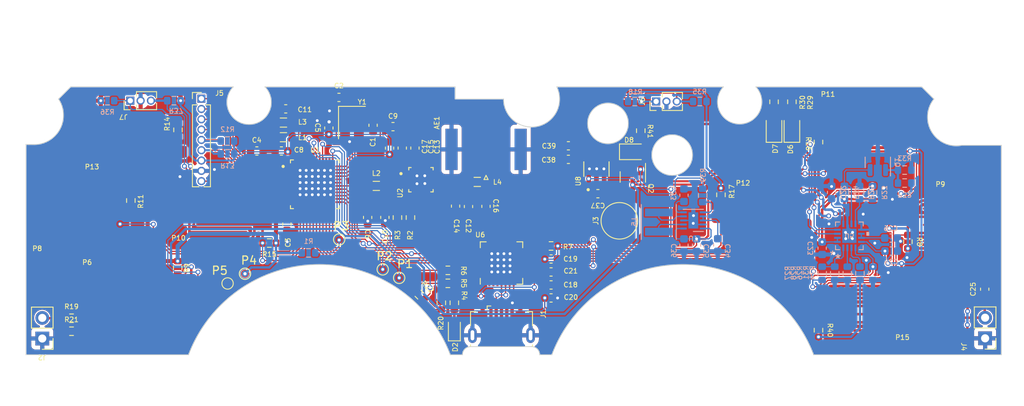
<source format=kicad_pcb>
(kicad_pcb (version 20211014) (generator pcbnew)
  (layers (0 "F.Cu" signal) (31 "B.Cu" signal) (34 "B.Paste" user) (35 "F.Paste" user) (36 "B.SilkS" user "B.Silkscreen") (37 "F.SilkS" user "F.Silkscreen") (38 "B.Mask" user) (39 "F.Mask" user) (44 "Edge.Cuts" user))
  (net 0 "")
  (net 1 "/PLA LNA/ANT")
  (net 2 "GND")
  (net 3 "/NRF52811/XC1")
  (net 4 "/NRF52811/XC2")
  (net 5 "VCC")
  (net 6 "Net-(C4-Pad1)")
  (net 7 "Net-(C6-Pad1)")
  (net 8 "Net-(C9-Pad1)")
  (net 9 "NRF-ANT")
  (net 10 "Net-(C11-Pad1)")
  (net 11 "Net-(C12-Pad1)")
  (net 12 "VBUS")
  (net 13 "Net-(C22-Pad1)")
  (net 14 "/Battery Charger/VREF")
  (net 15 "VBAT")
  (net 16 "TPS-VIN")
  (net 17 "Net-(C34-Pad1)")
  (net 18 "Net-(C37-Pad1)")
  (net 19 "/Touch Control/VIN")
  (net 20 "Net-(D2-Pad2)")
  (net 21 "Net-(D6-Pad1)")
  (net 22 "Net-(D6-Pad2)")
  (net 23 "Net-(D7-Pad1)")
  (net 24 "Net-(D7-Pad2)")
  (net 25 "USB_D-")
  (net 26 "USB_D+")
  (net 28 "P0.02{slash}AIN0")
  (net 29 "P0.03{slash}AIN1")
  (net 30 "P0.04{slash}AIN2")
  (net 31 "P0.05{slash}AIN3")
  (net 32 "P0.06")
  (net 33 "P0.07")
  (net 34 "P0.08")
  (net 35 "P0.09")
  (net 36 "P0.10")
  (net 37 "P0.11")
  (net 38 "P0.12")
  (net 39 "Net-(L1-Pad1)")
  (net 40 "Net-(L1-Pad2)")
  (net 41 "Net-(L5-Pad1)")
  (net 42 "Net-(L5-Pad2)")
  (net 43 "/NRF52811/SWDIO")
  (net 44 "/NRF52811/SWDCLK")
  (net 45 "/NRF52811/NRST")
  (net 46 "P0.13")
  (net 47 "P0.14")
  (net 48 "P0.15")
  (net 49 "P0.16")
  (net 50 "P0.17")
  (net 51 "P0.18")
  (net 52 "P0.19")
  (net 53 "P0.20")
  (net 54 "P0.26")
  (net 55 "P0.27")
  (net 56 "Net-(Q1-Pad1)")
  (net 57 "/Battery Charger/SD")
  (net 58 "P0.24")
  (net 59 "Net-(R2-Pad2)")
  (net 60 "P0.25")
  (net 61 "Net-(R3-Pad2)")
  (net 62 "TXD")
  (net 63 "P0.22")
  (net 64 "RXD")
  (net 65 "P0.23")
  (net 66 "Net-(R7-Pad2)")
  (net 67 "P0.29{slash}AIN5")
  (net 68 "P0.30{slash}AIN6")
  (net 69 "/Battery Charger/TH")
  (net 70 "P0.28{slash}AIN4")
  (net 71 "Net-(R26-Pad1)")
  (net 72 "/Battery Charger/IPRE")
  (net 73 "/Battery Charger/VPRE")
  (net 74 "DC-EN")
  (net 75 "/DC-DC Converter/EN")
  (net 76 "P0.00{slash}XL1")
  (net 77 "P0.01{slash}XL2")
  (net 78 "P0.31{slash}AIN7")
  (footprint "Capacitor_SMD:C_0603_1608Metric" (layer "F.Cu") (at 155.05 80.39 -90)
    (fp_text reference "C14")
    (fp_text value "1.5pF" hide)
  )
  (footprint "TestPoint:TestPoint_Pad_D1.0mm" (layer "F.Cu") (at 140.73 84.5)
    (fp_text reference "P3")
    (fp_text value "Conn_01x01_Male")
  )
  (footprint "Resistor_SMD:R_0603_1608Metric" (layer "F.Cu") (at 154.1 89.9 180)
    (fp_text reference "R5")
    (fp_text value "100R" hide)
  )
  (footprint "Capacitor_SMD:C_0603_1608Metric" (layer "F.Cu") (at 134.155 68.41 180)
    (fp_text reference "C11")
    (fp_text value "1uF" hide)
  )
  (footprint "Resistor_SMD:R_0603_1608Metric" (layer "F.Cu") (at 149.5 81.8 90)
    (fp_text reference "R2")
    (fp_text value "10K" hide)
  )
  (footprint "Resistor_SMD:R_0603_1608Metric" (layer "F.Cu") (at 150.6 91.3 135)
    (fp_text reference "R22")
    (fp_text value "200K" hide)
  )
  (footprint "Capacitor_SMD:C_0603_1608Metric" (layer "F.Cu") (at 140.7 67)
    (fp_text reference "C2")
    (fp_text value "18pF" hide)
  )
  (footprint "TestPoint:TestPoint_Pad_D1.0mm" (layer "F.Cu") (at 127 89.916)
    (fp_text reference "P5")
    (fp_text value "Conn_01x01_Male")
  )
  (footprint "Resistor_SMD:R_0603_1608Metric" (layer "F.Cu") (at 132.13 84.94)
    (fp_text reference "R15")
    (fp_text value "10K" hide)
  )
  (footprint "Resistor_SMD:R_0603_1608Metric" (layer "F.Cu") (at 147.9 81.8 90)
    (fp_text reference "R3")
    (fp_text value "10K" hide)
  )
  (footprint "Capacitor_SMD:C_0603_1608Metric" (layer "F.Cu") (at 166.8 88.5 180)
    (fp_text reference "C18")
    (fp_text value "100nF" hide)
  )
  (footprint "touchpad:TouchPad" (layer "F.Cu") (at 116.875 90.2 180)
    (fp_text reference "P6")
    (fp_text value "TouchPad" hide)
  )
  (footprint "Resistor_SMD:R_0603_1608Metric" (layer "F.Cu") (at 153.3 92.3 90)
    (fp_text reference "R20")
    (fp_text value "100K" hide)
  )
  (footprint "footprints:SOT95P285X126-6N" (layer "F.Cu") (at 172.38 75.83 90)
    (fp_text reference "U8")
    (fp_text value "TTP223_" hide)
  )
  (footprint "Capacitor_SMD:C_0603_1608Metric" (layer "F.Cu") (at 144.9 70.43 90)
    (fp_text reference "C1")
    (fp_text value "18pF" hide)
  )
  (footprint "TestPoint:TestPoint_Pad_D1.0mm" (layer "F.Cu") (at 148.11 89.23)
    (fp_text reference "P1")
    (fp_text value "Conn_01x01_Male")
  )
  (footprint "Capacitor_SMD:C_0603_1608Metric" (layer "F.Cu") (at 147.35 70.6)
    (fp_text reference "C9")
    (fp_text value "100pF" hide)
  )
  (footprint "TestPoint:TestPoint_Pad_D1.0mm" (layer "F.Cu") (at 129.14 88.72)
    (fp_text reference "P4")
    (fp_text value "Conn_01x01_Male")
  )
  (footprint "Resistor_SMD:R_0603_1608Metric" (layer "F.Cu") (at 166.8 85.3 180)
    (fp_text reference "R7")
    (fp_text value "10K" hide)
  )
  (footprint "footprints:QFN50P300X300X60-17N" (layer "F.Cu") (at 150.79 77.14)
    (fp_text reference "U2")
    (fp_text value "RFX2401C" hide)
  )
  (footprint "Resistor_SMD:R_0603_1608Metric" (layer "F.Cu") (at 199.7 95.675 -90)
    (fp_text reference "R40")
    (fp_text value "10K" hide)
  )
  (footprint "Capacitor_SMD:C_0603_1608Metric" (layer "F.Cu") (at 158.79 80.42 -90)
    (fp_text reference "C16")
    (fp_text value "1.5pF" hide)
  )
  (footprint "Diode_SMD:D_0805_2012Metric" (layer "F.Cu") (at 176.9 73.7)
    (fp_text reference "D8")
    (fp_text value "D" hide)
  )
  (footprint "LED_SMD:LED_0603_1608Metric" (layer "F.Cu") (at 154.9 95.5 90)
    (fp_text reference "D2")
    (fp_text value "LED" hide)
  )
  (footprint "touchpad:TouchPad" (layer "F.Cu") (at 203.7 70.7)
    (fp_text reference "P11")
    (fp_text value "TouchPad" hide)
  )
  (footprint "Resistor_SMD:R_0603_1608Metric" (layer "F.Cu") (at 177.8375 71.1 -90)
    (fp_text reference "R41")
    (fp_text value "100K" hide)
  )
  (footprint "Inductor_SMD:L_0805_2012Metric" (layer "F.Cu") (at 145.3 77.9)
    (fp_text reference "L2")
    (fp_text value "3.9nH" hide)
  )
  (footprint "Capacitor_SMD:C_0603_1608Metric" (layer "F.Cu") (at 168.93 72.96 180)
    (fp_text reference "C39")
    (fp_text value "1uF" hide)
  )
  (footprint "Capacitor_SMD:C_0603_1608Metric" (layer "F.Cu") (at 220.15 90.625 90)
    (fp_text reference "C25")
    (fp_text value "4.7uF" hide)
  )
  (footprint "Capacitor_SMD:C_0603_1608Metric" (layer "F.Cu") (at 148.49 73.24 -90)
    (fp_text reference "C15")
    (fp_text value "10nF" hide)
  )
  (footprint "Resistor_SMD:R_0603_1608Metric" (layer "F.Cu") (at 199.7 72.5 -90)
    (fp_text reference "R16")
    (fp_text value "10K" hide)
  )
  (footprint "Capacitor_SMD:C_0603_1608Metric" (layer "F.Cu") (at 130.6 73.6)
    (fp_text reference "C4")
    (fp_text value "100nF" hide)
  )
  (footprint "Capacitor_SMD:C_0603_1608Metric" (layer "F.Cu") (at 146.93 73.25 -90)
    (fp_text reference "C17")
    (fp_text value "200pF" hide)
  )
  (footprint "Connector_PinHeader_1.27mm:PinHeader_1x09_P1.27mm_Vertical" (layer "F.Cu") (at 123.78 67.155)
    (fp_text reference "J5")
    (fp_text value "Conn_01x09_Male" hide)
  )
  (footprint "Capacitor_SMD:C_0603_1608Metric" (layer "F.Cu") (at 146.35 81.78 -90)
    (fp_text reference "C10")
    (fp_text value "N.C" hide)
  )
  (footprint "Connector_PinHeader_2.54mm:PinHeader_1x02_P2.54mm_Vertical" (layer "F.Cu") (at 104.2 96.7 180)
    (fp_text reference "J2")
    (fp_text value "Conn_01x02_Male" hide)
  )
  (footprint "touchpad:TouchPad" (layer "F.Cu") (at 109.775 81.6 180)
    (fp_text reference "P8")
    (fp_text value "TouchPad" hide)
  )
  (footprint "Resistor_SMD:R_0603_1608Metric" (layer "F.Cu") (at 120.86 87.99 90)
    (fp_text reference "R9")
    (fp_text value "10K" hide)
  )
  (footprint "Resistor_SMD:R_0603_1608Metric" (layer "F.Cu") (at 115.1 79.7 90)
    (fp_text reference "R11")
    (fp_text value "10K" hide)
  )
  (footprint "Resistor_SMD:R_0603_1608Metric" (layer "F.Cu") (at 107.8 95.8)
    (fp_text reference "R21")
    (fp_text value "200K" hide)
  )
  (footprint "TestPoint:TestPoint_Pad_D4.0mm" (layer "F.Cu") (at 175.2 82.2 90)
    (fp_text reference "J3")
    (fp_text value "Conn_01x01_Male" hide)
  )
  (footprint "LED_SMD:LED_0805_2012Metric" (layer "F.Cu") (at 196.43 70.8425 90)
    (fp_text reference "D6")
    (fp_text value "LED" hide)
  )
  (footprint "Resistor_SMD:R_0603_1608Metric" (layer "F.Cu") (at 107.8 94.2)
    (fp_text reference "R19")
    (fp_text value "100K" hide)
  )
  (footprint "Resistor_SMD:R_0603_1608Metric" (layer "F.Cu") (at 187.7 79 90)
    (fp_text reference "R17")
    (fp_text value "10K" hide)
  )
  (footprint "Resistor_SMD:R_0603_1608Metric" (layer "F.Cu") (at 210.7 84.775 -90)
    (fp_text reference "R8")
    (fp_text value "10K" hide)
  )
  (footprint "Resistor_SMD:R_0603_1608Metric" (layer "F.Cu") (at 154.9 92.3 -90)
    (fp_text reference "R4")
    (fp_text value "1K" hide)
  )
  (footprint "touchpad:TouchPad" (layer "F.Cu") (at 191.7 82.7)
    (fp_text reference "P12")
    (fp_text value "TouchPad" hide)
  )
  (footprint "footprints:QFN40P600X600X90-49N" (layer "F.Cu") (at 137.735 77.7)
    (fp_text reference "U1")
    (fp_text value "NRF52811-QFAA-R" hide)
  )
  (footprint "Capacitor_SMD:C_0603_1608Metric" (layer "F.Cu") (at 150.05 73.24 -90)
    (fp_text reference "C13")
    (fp_text value "2.2uF" hide)
  )
  (footprint "Capacitor_SMD:C_0603_1608Metric" (layer "F.Cu") (at 168.93 74.63 180)
    (fp_text reference "C38")
    (fp_text value "100nF" hide)
  )
  (footprint "LED_SMD:LED_0805_2012Metric" (layer "F.Cu") (at 194.23 70.8425 90)
    (fp_text reference "D7")
    (fp_text value "LED" hide)
  )
  (footprint "Package_DFN_QFN:QFN-28-1EP_5x5mm_P0.5mm_EP3.35x3.35mm" (layer "F.Cu") (at 160.7 87.4 90)
    (fp_text reference "U6")
    (fp_text value "CP2102N-Axx-xQFN28" hide)
  )
  (footprint "Resistor_SMD:R_0603_1608Metric" (layer "F.Cu") (at 196.43 67.54 90)
    (fp_text reference "R29")
    (fp_text value "1K" hide)
  )
  (footprint "Capacitor_SMD:C_0603_1608Metric" (layer "F.Cu") (at 144.23 81.785 -90)
    (fp_text reference "C6")
    (fp_text value "0.8pF" hide)
  )
  (footprint "touchpad:TouchPad" (layer "F.Cu") (at 203.7 93.7)
    (fp_text reference "P15")
    (fp_text value "TouchPad" hide)
  )
  (footprint "Capacitor_SMD:C_0603_1608Metric" (layer "F.Cu") (at 139.46 70.77 -90)
    (fp_text reference "C5")
    (fp_text value "100nF" hide)
  )
  (footprint "Inductor_SMD:L_0805_2012Metric" (layer "F.Cu") (at 157.72 77.41)
    (fp_text reference "L4")
    (fp_text value "2.4nH" hide)
  )
  (footprint "Capacitor_SMD:C_0603_1608Metric" (layer "F.Cu") (at 134.3 82.6 90)
    (fp_text reference "C3")
    (fp_text value "4.7uF" hide)
  )
  (footprint "Connector_USB:USB_Micro-B_GCT_USB3076-30-A" (layer "F.Cu") (at 160.7 95.1)
    (fp_text reference "J1")
    (fp_text value "USB_B_Micro" hide)
  )
  (footprint "TestPoint:TestPoint_Pad_D1.0mm" (layer "F.Cu") (at 146.09 88.18)
    (fp_text reference "P2")
    (fp_text value "Conn_01x01_Male")
  )
  (footprint "Capacitor_SMD:C_0603_1608Metric" (layer "F.Cu") (at 166.8 91.7)
    (fp_text reference "C20")
    (fp_text value "4.7uF" hide)
  )
  (footprint "Resistor_SMD:R_0603_1608Metric" (layer "F.Cu") (at 154.1 88.3 180)
    (fp_text reference "R6")
    (fp_text value "100R" hide)
  )
  (footprint "touchpad:TouchPad" (layer "F.Cu") (at 127.3 81.6 180)
    (fp_text reference "P10")
    (fp_text value "TouchPad" hide)
  )
  (footprint "Capacitor_SMD:C_0603_1608Metric" (layer "F.Cu") (at 172.56 78.86 180)
    (fp_text reference "C37")
    (fp_text value "22pF" hide)
  )
  (footprint "Connector_PinHeader_2.54mm:PinHeader_1x02_P2.54mm_Vertical" (layer "F.Cu") (at 220.2 96.675 180)
    (fp_text reference "J4")
    (fp_text value "Conn_01x02_Male" hide)
  )
  (footprint "Crystal:Crystal_SMD_3225-4Pin_3.2x2.5mm" (layer "F.Cu") (at 142.3 70.1 -90)
    (fp_text reference "Y1")
    (fp_text value "Crystal_GND24" hide)
  )
  (footprint "touchpad:TouchPad" (layer "F.Cu") (at 214.7 82.7)
    (fp_text reference "P9")
    (fp_text value "TouchPad" hide)
  )
  (footprint "touchpad:TouchPad" (layer "F.Cu") (at 116.875 72.7 180)
    (fp_text reference "P13")
    (fp_text value "TouchPad" hide)
  )
  (footprint "Connector_PinHeader_1.27mm:PinHeader_1x03_P1.27mm_Vertical" (layer "F.Cu") (at 179.725 67.5 90)
    (fp_text reference "J6")
    (fp_text value "Conn_01x03_Male" hide)
  )
  (footprint "Resistor_SMD:R_0603_1608Metric" (layer "F.Cu") (at 120.9 71 90)
    (fp_text reference "R14")
    (fp_text value "10K" hide)
  )
  (footprint "Connector_Coaxial:SMA_Amphenol_132289_EdgeMount" (layer "F.Cu") (at 158.8 73.4 90)
    (fp_text reference "AE1")
    (fp_text value "Antenna_Shield" hide)
  )
  (footprint "Capacitor_SMD:C_0603_1608Metric" (layer "F.Cu") (at 166.8 90.1)
    (fp_text reference "C21")
    (fp_text value "100nF" hide)
  )
  (footprint "Capacitor_SMD:C_0603_1608Metric" (layer "F.Cu") (at 166.8 86.9)
    (fp_text reference "C19")
    (fp_text value "100nF" hide)
  )
  (footprint "Package_TO_SOT_SMD:SOT-23" (layer "F.Cu") (at 176.86 76.8 -90)
    (fp_text reference "Q2")
    (fp_text value "IRLML5203" hide)
  )
  (footprint "Resistor_SMD:R_0603_1608Metric" (layer "F.Cu") (at 194.23 67.5425 90)
    (fp_text reference "R30")
    (fp_text value "1K" hide)
  )
  (footprint "Inductor_SMD:L_0805_2012Metric" (layer "F.Cu") (at 133.875 71.9 180)
    (fp_text reference "L1")
    (fp_text value "10uH" hide)
  )
  (footprint "Connector_PinHeader_1.27mm:PinHeader_1x03_P1.27mm_Vertical" (layer "F.Cu") (at 115.03 67.4 90)
    (fp_text reference "J7")
    (fp_text value "Conn_01x03_Male" hide)
  )
  (footprint "Capacitor_SMD:C_0603_1608Metric" (layer "F.Cu") (at 133.625 73.6)
    (fp_text reference "C8")
    (fp_text value "100nF" hide)
  )
  (footprint "Inductor_SMD:L_0805_2012Metric" (layer "F.Cu") (at 133.875 70.1)
    (fp_text reference "L3")
    (fp_text value "15nH" hide)
  )
  (footprint "Capacitor_SMD:C_0603_1608Metric" (layer "F.Cu") (at 156.64 80.44 -90)
    (fp_text reference "C12")
    (fp_text value "0.3pF" hide)
  )
  (footprint "Resistor_SMD:R_0603_1608Metric" (layer "B.Cu") (at 203.25 88.675 -90)
    (fp_text reference "R26")
    (fp_text value "24K" hide)
  )
  (footprint "Resistor_SMD:R_0603_1608Metric" (layer "B.Cu") (at 202.89 78.71 90)
    (fp_text reference "R34")
    (fp_text value "10K" hide)
  )
  (footprint "Capacitor_SMD:C_0603_1608Metric" (layer "B.Cu") (at 187.31 85.18 -90)
    (fp_text reference "C34")
    (fp_text value "100nF" hide)
  )
  (footprint "Resistor_SMD:R_0603_1608Metric" (layer "B.Cu") (at 185.1 67.5)
    (fp_text reference "R35")
    (fp_text value "10K" hide)
  )
  (footprint "footprints:L6924D013TR" (layer "B.Cu") (at 203.5 84.05)
    (fp_text reference "U5")
    (fp_text value "L6924D013TR" hide)
  )
  (footprint "Resistor_SMD:R_0603_1608Metric" (layer "B.Cu") (at 120.4 67.4)
    (fp_text reference "R37")
    (fp_text value "10K" hide)
  )
  (footprint "Capacitor_SMD:C_0603_1608Metric" (layer "B.Cu") (at 208.625 84.325)
    (fp_text reference "C26")
    (fp_text value "4.7uF" hide)
  )
  (footprint "Capacitor_SMD:C_0603_1608Metric" (layer "B.Cu") (at 184.7 85.2 -90)
    (fp_text reference "C35")
    (fp_text value "10uF" hide)
  )
  (footprint "Capacitor_SMD:C_0603_1608Metric" (layer "B.Cu") (at 208.65 85.925)
    (fp_text reference "C24")
    (fp_text value "1nF" hide)
  )
  (footprint "Resistor_SMD:R_0603_1608Metric" (layer "B.Cu") (at 201.7 88.675 -90)
    (fp_text reference "R28")
    (fp_text value "62K" hide)
  )
  (footprint "Resistor_SMD:R_0603_1608Metric" (layer "B.Cu") (at 204.8 88.675 90)
    (fp_text reference "R31")
    (fp_text value "10K" hide)
  )
  (footprint "Capacitor_SMD:C_0603_1608Metric" (layer "B.Cu") (at 183.15 85.2 -90)
    (fp_text reference "C36")
    (fp_text value "10uF" hide)
  )
  (footprint "Package_TO_SOT_SMD:SOT-23" (layer "B.Cu") (at 207 75 90)
    (fp_text reference "Q1")
    (fp_text value "IRLML5203" hide)
  )
  (footprint "Capacitor_SMD:C_0603_1608Metric" (layer "B.Cu") (at 183.15 79.05 90)
    (fp_text reference "C33")
    (fp_text value "10uF" hide)
  )
  (footprint "Resistor_SMD:R_0603_1608Metric" (layer "B.Cu") (at 200.15 88.675 90)
    (fp_text reference "R27")
    (fp_text value "39K" hide)
  )
  (footprint "Resistor_SMD:R_0603_1608Metric" (layer "B.Cu") (at 210.3 77.55)
    (fp_text reference "R32")
    (fp_text value "1K" hide)
  )
  (footprint "Resistor_SMD:R_0603_1608Metric" (layer "B.Cu") (at 210.3 75.95 180)
    (fp_text reference "R33")
    (fp_text value "10K" hide)
  )
  (footprint "Capacitor_SMD:C_0603_1608Metric" (layer "B.Cu") (at 201.31 78.7 90)
    (fp_text reference "C22")
    (fp_text value "10nF" hide)
  )
  (footprint "Resistor_SMD:R_0603_1608Metric" (layer "B.Cu") (at 136.96 86.15 180)
    (fp_text reference "R1")
    (fp_text value "10K" hide)
  )
  (footprint "Inductor_SMD:L_Coilcraft_XxL4020" (layer "B.Cu") (at 180.05 82.35 -90)
    (fp_text reference "L5")
    (fp_text value "1.5uH" hide)
  )
  (footprint "Resistor_SMD:R_0603_1608Metric" (layer "B.Cu") (at 126.99 72.37 180)
    (fp_text reference "R12")
    (fp_text value "10K" hide)
  )
  (footprint "Resistor_SMD:R_0603_1608Metric" (layer "B.Cu") (at 185.45 79.075 -90)
    (fp_text reference "R39")
    (fp_text value "0R" hide)
  )
  (footprint "Resistor_SMD:R_0603_1608Metric" (layer "B.Cu") (at 126.99 73.95)
    (fp_text reference "R13")
    (fp_text value "10K" hide)
  )
  (footprint "Resistor_SMD:R_0603_1608Metric" (layer "B.Cu") (at 112.225 67.4 180)
    (fp_text reference "R36")
    (fp_text value "10K" hide)
  )
  (footprint "Resistor_SMD:R_0603_1608Metric" (layer "B.Cu") (at 177.1 67.5 180)
    (fp_text reference "R18")
    (fp_text value "10K" hide)
  )
  (footprint "Resistor_SMD:R_0603_1608Metric" (layer "B.Cu") (at 206.35 78.725 90)
    (fp_text reference "R23")
    (fp_text value "1K" hide)
  )
  (footprint "Package_SON:WSON-10-1EP_2.5x2.5mm_P0.5mm_EP1.2x2mm" (layer "B.Cu") (at 184.3 82.15)
    (fp_text reference "U7")
    (fp_text value "TPS63031DSK" hide)
  )
  (footprint "Resistor_SMD:R_0603_1608Metric" (layer "B.Cu") (at 204.75 78.725 90)
    (fp_text reference "R25")
    (fp_text value "470R" hide)
  )
  (footprint "Capacitor_SMD:C_0603_1608Metric" (layer "B.Cu") (at 200.15 85.575 -90)
    (fp_text reference "C23")
    (fp_text value "1uF" hide)
  )
  (footprint "Resistor_SMD:R_0603_1608Metric" (layer "B.Cu") (at 206.4 88.675 -90)
    (fp_text reference "R24")
    (fp_text value "3.3K" hide)
  )
  (gr_line (start 155 67.2) (end 160.956165 67.2) (layer "Edge.Cuts") (width 0.1))
  (gr_arc (start 166.900564 98.7) (mid 182.999999 87.583963) (end 199.099035 98.700579) (layer "Edge.Cuts") (width 0.1))
  (gr_line (start 167.5 65.7) (end 188 65.7) (layer "Edge.Cuts") (width 0.1))
  (gr_line (start 222.2 98.7) (end 199.099035 98.700579) (layer "Edge.Cuts") (width 0.1))
  (gr_line (start 165.4 98.7) (end 166.900564 98.7) (layer "Edge.Cuts") (width 0.1))
  (gr_arc (start 167.5 65.7) (mid 165.169452 70.556776) (end 160.956165 67.2) (layer "Edge.Cuts") (width 0.1))
  (gr_circle (center 181.7 74.1) (end 184.2 74.1) (layer "Edge.Cuts") (width 0.1) (fill none))
  (gr_line (start 103.2 72.805551) (end 102.2 72.8) (layer "Edge.Cuts") (width 0.1))
  (gr_line (start 107.7 65.7) (end 106.2 67.2) (layer "Edge.Cuts") (width 0.1))
  (gr_line (start 154.398471 98.700579) (end 155.9 98.7) (layer "Edge.Cuts") (width 0.1))
  (gr_line (start 217.3 72.9) (end 222.2 72.9) (layer "Edge.Cuts") (width 0.1))
  (gr_arc (start 122.2 98.7) (mid 138.299436 87.583965) (end 154.398471 98.700579) (layer "Edge.Cuts") (width 0.1))
  (gr_line (start 156.9 97.7) (end 164.4 97.7) (layer "Edge.Cuts") (width 0.1))
  (gr_line (start 107.7 65.7) (end 127.7 65.7) (layer "Edge.Cuts") (width 0.1))
  (gr_arc (start 106.2 67.2) (mid 106.378923 70.901308) (end 103.2 72.805551) (layer "Edge.Cuts") (width 0.1))
  (gr_arc (start 131.6 65.7) (mid 129.65 70.322591) (end 127.7 65.7) (layer "Edge.Cuts") (width 0.1))
  (gr_line (start 222.2 72.9) (end 222.2 98.7) (layer "Edge.Cuts") (width 0.1))
  (gr_circle (center 173.8 70.2) (end 176.3 70.2) (layer "Edge.Cuts") (width 0.1) (fill none))
  (gr_line (start 192 65.7) (end 212.4 65.7) (layer "Edge.Cuts") (width 0.1))
  (gr_arc (start 217.3 72.9) (mid 213.622286 71.229833) (end 213.900278 67.200223) (layer "Edge.Cuts") (width 0.1))
  (gr_line (start 155 65.7) (end 155 67.2) (layer "Edge.Cuts") (width 0.1))
  (gr_arc (start 164.4 97.7) (mid 165.107107 97.992893) (end 165.4 98.7) (layer "Edge.Cuts") (width 0.1))
  (gr_arc (start 192 65.7) (mid 190 70.274427) (end 188 65.7) (layer "Edge.Cuts") (width 0.1))
  (gr_line (start 102.2 98.7) (end 102.2 72.8) (layer "Edge.Cuts") (width 0.1))
  (gr_line (start 102.2 98.7) (end 122.2 98.7) (layer "Edge.Cuts") (width 0.1))
  (gr_arc (start 155.9 98.7) (mid 156.192893 97.992893) (end 156.9 97.7) (layer "Edge.Cuts") (width 0.1))
  (gr_line (start 212.4 65.7) (end 213.900278 67.200223) (layer "Edge.Cuts") (width 0.1))
  (gr_line (start 131.6 65.7) (end 155 65.7) (layer "Edge.Cuts") (width 0.1))
  (segment (start 158.8 77.3925) (end 158.8 73.4) (width 0.5) (layer "F.Cu") (net 1))
  (segment (start 158.79 79.645) (end 158.7825 79.6375) (width 0.1524) (layer "F.Cu") (net 1))
  (segment (start 158.7825 79.6375) (end 158.7825 77.41) (width 0.1524) (layer "F.Cu") (net 1))
  (segment (start 158.7825 77.41) (end 158.8 77.3925) (width 0.5) (layer "F.Cu") (net 1))
  (segment (start 150.07 76.89) (end 150.3 76.66) (width 0.1524) (layer "F.Cu") (net 2))
  (segment (start 136.735 74.75) (end 136.735 75.925) (width 0.1524) (layer "F.Cu") (net 2))
  (segment (start 141.45 72.04) (end 141.86 72.45) (width 0.254) (layer "F.Cu") (net 2))
  (segment (start 152.235 77.89) (end 151.55 77.89) (width 0.1524) (layer "F.Cu") (net 2))
  (segment (start 141.45 71.2) (end 141.45 72.04) (width 0.254) (layer "F.Cu") (net 2))
  (segment (start 160.2 88.55) (end 160.25 88.5) (width 0.1524) (layer "F.Cu") (net 2))
  (segment (start 152.235 76.89) (end 151.5 76.89) (width 0.1524) (layer "F.Cu") (net 2))
  (segment (start 139.68 77.5) (end 139.67 77.49) (width 0.1524) (layer "F.Cu") (net 2))
  (segment (start 160.2 89.85) (end 160.2 88.55) (width 0.1524) (layer "F.Cu") (net 2))
  (segment (start 136.735 75.925) (end 136.67 75.99) (width 0.1524) (layer "F.Cu") (net 2))
  (segment (start 149.345 76.89) (end 150.07 76.89) (width 0.1524) (layer "F.Cu") (net 2))
  (segment (start 140.685 77.5) (end 139.68 77.5) (width 0.1524) (layer "F.Cu") (net 2))
  (segment (start 151.5 76.89) (end 151.26 76.65) (width 0.1524) (layer "F.Cu") (net 2))
  (segment (start 141.86 72.45) (end 142.01 72.45) (width 0.254) (layer "F.Cu") (net 2))
  (segment (start 151.55 77.89) (end 151.27 77.61) (width 0.1524) (layer "F.Cu") (net 2))
  (via (at 138.17 78.99) (size 0.6) (drill 0.35) (layers "F.Cu" "B.Cu") (net 2))
  (via (at 209.79 84.72) (size 0.6) (drill 0.35) (layers "F.Cu" "B.Cu") (net 2))
  (via (at 138.92 78.99) (size 0.6) (drill 0.35) (layers "F.Cu" "B.Cu") (net 2))
  (via (at 136.67 78.99) (size 0.6) (drill 0.35) (layers "F.Cu" "B.Cu") (net 2))
  (via (at 138.17 78.24) (size 0.6) (drill 0.35) (layers "F.Cu" "B.Cu") (net 2))
  (via (at 159.5 87) (size 0.6) (drill 0.35) (layers "F.Cu" "B.Cu") (net 2))
  (via (at 172.41 75.79) (size 0.6) (drill 0.35) (layers "F.Cu" "B.Cu") (net 2))
  (via (at 210.589924 86.730006) (size 0.6) (drill 0.35) (layers "F.Cu" "B.Cu") (net 2))
  (via (at 203.03 83.63) (size 0.6) (drill 0.35) (layers "F.Cu" "B.Cu") (net 2))
  (via (at 138.17 75.99) (size 0.6) (drill 0.35) (layers "F.Cu" "B.Cu") (net 2))
  (via (at 138.03 69.86) (size 0.6) (drill 0.35) (layers "F.Cu" "B.Cu") (net 2))
  (via (at 171.52 75.8) (size 0.6) (drill 0.35) (layers "F.Cu" "B.Cu") (net 2))
  (via (at 159.5 87.75) (size 0.6) (drill 0.35) (layers "F.Cu" "B.Cu") (net 2))
  (via (at 160.25 87.75) (size 0.6) (drill 0.35) (layers "F.Cu" "B.Cu") (net 2))
  (via (at 159.5 86.25) (size 0.6) (drill 0.35) (layers "F.Cu" "B.Cu") (net 2))
  (via (at 125.38 75.88) (size 0.6) (drill 0.35) (layers "F.Cu" "B.Cu") (net 2))
  (via (at 135.92 77.49) (size 0.6) (drill 0.35) (layers "F.Cu" "B.Cu") (net 2))
  (via (at 151.27 77.61) (size 0.6) (drill 0.35) (layers "F.Cu" "B.Cu") (net 2))
  (via (at 144.25 82.24) (size 0.6) (drill 0.35) (layers "F.Cu" "B.Cu") (net 2))
  (via (at 139.67 75.99) (size 0.6) (drill 0.35) (layers "F.Cu" "B.Cu") (net 2))
  (via (at 208.79 79.55) (size 0.6) (drill 0.35) (layers "F.Cu" "B.Cu") (net 2))
  (via (at 150.3 77.63) (size 0.6) (drill 0.35) (layers "F.Cu" "B.Cu") (net 2))
  (via (at 146.4 82.17) (size 0.6) (drill 0.35) (layers "F.Cu" "B.Cu") (net 2))
  (via (at 138.17 76.74) (size 0.6) (drill 0.35) (layers "F.Cu" "B.Cu") (net 2))
  (via (at 161.75 87) (size 0.6) (drill 0.35) (layers "F.Cu" "B.Cu") (net 2))
  (via (at 139.67 78.24) (size 0.6) (drill 0.35) (layers "F.Cu" "B.Cu") (net 2))
  (via (at 205.58 87.06) (size 0.6) (drill 0.35) (layers "F.Cu" "B.Cu") (net 2))
  (via (at 173.3 75.8) (size 0.6) (drill 0.35) (layers "F.Cu" "B.Cu") (net 2))
  (via (at 184.29 82.51) (size 0.6) (drill 0.35) (layers "F.Cu" "B.Cu") (net 2))
  (via (at 138.92 75.99) (size 0.6) (drill 0.35) (layers "F.Cu" "B.Cu") (net 2))
  (via (at 161.75 86.25) (size 0.6) (drill 0.35) (layers "F.Cu" "B.Cu") (net 2))
  (via (at 198.87 84.25) (size 0.6) (drill 0.35) (layers "F.Cu" "B.Cu") (net 2))
  (via (at 137.42 75.99) (size 0.6) (drill 0.35) (layers "F.Cu" "B.Cu") (net 2))
  (via (at 135.92 76.74) (size 0.6) (drill 0.35) (layers "F.Cu" "B.Cu") (net 2))
  (via (at 136.67 78.24) (size 0.6) (drill 0.35) (layers "F.Cu" "B.Cu") (net 2))
  (via (at 208.28 88.58) (size 0.6) (drill 0.35) (layers "F.Cu" "B.Cu") (net 2))
  (via (at 150.3 76.66) (size 0.6) (drill 0.35) (layers "F.Cu" "B.Cu") (net 2))
  (via (at 137.42 78.99) (size 0.6) (drill 0.35) (layers "F.Cu" "B.Cu") (net 2))
  (via (at 205.2 81.38) (size 0.6) (drill 0.35) (layers "F.Cu" "B.Cu") (net 2))
  (via (at 167.6 91.71) (size 0.6) (drill 0.35) (layers "F.Cu" "B.Cu") (net 2))
  (via (at 203.87 84.39) (size 0.6) (drill 0.35) (layers "F.Cu" "B.Cu") (net 2))
  (via (at 136.67 75.99) (size 0.6) (drill 0.35) (layers "F.Cu" "B.Cu") (net 2))
  (via (at 134.34 84.78) (size 0.6) (drill 0.35) (layers "F.Cu" "B.Cu") (net 2))
  (via (at 142.01 72.45) (size 0.6) (drill 0.35) (layers "F.Cu" "B.Cu") (net 2))
  (via (at 160.25 88.5) (size 0.6) (drill 0.35) (layers "F.Cu" "B.Cu") (net 2))
  (via (at 135.92 75.99) (size 0.6) (drill 0.35) (layers "F.Cu" "B.Cu") (net 2))
  (via (at 201.31 77.97) (size 0.6) (drill 0.35) (layers "F.Cu" "B.Cu") (net 2))
  (via (at 136.67 77.49) (size 0.6) (drill 0.35) (layers "F.Cu" "B.Cu") (net 2))
  (via (at 139.67 78.99) (size 0.6) (drill 0.35) (layers "F.Cu" "B.Cu") (net 2))
  (via (at 135.92 78.99) (size 0.6) (drill 0.35) (layers "F.Cu" "B.Cu") (net 2))
  (via (at 138.92 77.49) (size 0.6) (drill 0.35) (layers "F.Cu" "B.Cu") (net 2))
  (via (at 203.89 83.62) (size 0.6) (drill 0.35) (layers "F.Cu" "B.Cu") (net 2))
  (via (at 203.05 84.4) (size 0.6) (drill 0.35) (layers "F.Cu" "B.Cu") (net 2))
  (via (at 136.67 76.74) (size 0.6) (drill 0.35) (layers "F.Cu" "B.Cu") (net 2))
  (via (at 207.73 78.18) (size 0.6) (drill 0.35) (layers "F.Cu" "B.Cu") (net 2))
  (via (at 138.92 76.74) (size 0.6) (drill 0.35) (layers "F.Cu" "B.Cu") (net 2))
  (via (at 160.25 87) (size 0.6) (drill 0.35) (layers "F.Cu" "B.Cu") (net 2))
  (via (at 137.42 78.24) (size 0.6) (drill 0.35) (layers "F.Cu" "B.Cu") (net 2))
  (via (at 139.49 70.01) (size 0.8) (drill 0.4) (layers "F.Cu" "B.Cu") (net 2))
  (via (at 201.6 86.23) (size 0.6) (drill 0.35) (layers "F.Cu" "B.Cu") (net 2))
  (via (at 139.67 77.49) (size 0.6) (drill 0.35) (layers "F.Cu" "B.Cu") (net 2))
  (via (at 138.92 78.24) (size 0.6) (drill 0.35) (layers "F.Cu" "B.Cu") (net 2))
  (via (at 161 86.25) (size 0.6) (drill 0.35) (layers "F.Cu" "B.Cu") (net 2))
  (via (at 159.5 88.5) (size 0.6) (drill 0.35) (layers "F.Cu" "B.Cu") (net 2))
  (via (at 161.75 87.75) (size 0.6) (drill 0.35) (layers "F.Cu" "B.Cu") (net 2))
  (via (at 162.04 92.31) (size 0.6) (drill 0.35) (layers "F.Cu" "B.Cu") (net 2))
  (via (at 161 87.75) (size 0.6) (drill 0.35) (layers "F.Cu" "B.Cu") (net 2))
  (via (at 161 87) (size 0.6) (drill 0.35) (layers "F.Cu" "B.Cu") (net 2))
  (via (at 160.25 86.25) (size 0.6) (drill 0.35) (layers "F.Cu" "B.Cu") (net 2))
  (via (at 121.14 76.76) (size 0.6) (drill 0.35) (layers "F.Cu" "B.Cu") (net 2))
  (via (at 139.67 76.74) (size 0.6) (drill 0.35) (layers "F.Cu" "B.Cu") (net 2))
  (via (at 161 88.5) (size 0.6) (drill 0.35) (layers "F.Cu" "B.Cu") (net 2))
  (via (at 135.92 78.24) (size 0.6) (drill 0.35) (layers "F.Cu" "B.Cu") (net 2))
  (via (at 137.42 77.49) (size 0.6) (drill 0.35) (layers "F.Cu" "B.Cu") (net 2))
  (via (at 200.99 82.58) (size 0.6) (drill 0.35) (layers "F.Cu" "B.Cu") (net 2))
  (via (at 151.26 76.65) (size 0.6) (drill 0.35) (layers "F.Cu" "B.Cu") (net 2))
  (via (at 138.17 77.49) (size 0.6) (drill 0.35) (layers "F.Cu" "B.Cu") (net 2))
  (via (at 206.63 84.95) (size 0.6) (drill 0.35) (layers "F.Cu" "B.Cu") (net 2))
  (via (at 184.32 81.56) (size 0.6) (drill 0.35) (layers "F.Cu" "B.Cu") (net 2))
  (via (at 161.75 88.5) (size 0.6) (drill 0.35) (layers "F.Cu" "B.Cu") (net 2))
  (via (at 137.42 76.74) (size 0.6) (drill 0.35) (layers "F.Cu" "B.Cu") (net 2))
  (via (at 139.54 68.66) (size 0.6) (drill 0.35) (layers "F.Cu" "B.Cu") (net 2))
  (segment (start 185.5125 82.65) (end 184.43 82.65) (width 0.1524) (layer "B.Cu") (net 2))
  (segment (start 183.0875 82.15) (end 183.93 82.15) (width 0.1524) (layer "B.Cu") (net 2))
  (segment (start 183.93 82.15) (end 184.29 82.51) (width 0.1524) (layer "B.Cu") (net 2))
  (segment (start 184.43 82.65) (end 184.29 82.51) (width 0.1524) (layer "B.Cu") (net 2))
  (segment (start 143.15 72.269626) (end 143.15 71.2) (width 0.1524) (layer "F.Cu") (net 3))
  (segment (start 140.685 76.3) (end 141.68 76.3) (width 0.1524) (layer "F.Cu") (net 3))
  (segment (start 142.34864 73.070986) (end 143.15 72.269626) (width 0.1524) (layer "F.Cu") (net 3))
  (segment (start 143.15 71.2) (end 144.895 71.2) (width 0.1524) (layer "F.Cu") (net 3))
  (segment (start 141.68 76.3) (end 142.34864 75.63136) (width 0.1524) (layer "F.Cu") (net 3))
  (segment (start 144.895 71.2) (end 144.9 71.205) (width 0.1524) (layer "F.Cu") (net 3))
  (segment (start 142.34864 75.63136) (end 142.34864 73.070986) (width 0.1524) (layer "F.Cu") (net 3))
  (segment (start 140.38 72.23) (end 140.38 69.28) (width 0.1524) (layer "F.Cu") (net 4))
  (segment (start 140.66 69) (end 141.45 69) (width 0.1524) (layer "F.Cu") (net 4))
  (segment (start 141.206054 72.49568) (end 140.64568 72.49568) (width 0.1524) (layer "F.Cu") (net 4))
  (segment (start 141.45 69) (end 141.45 67.025) (width 0.1524) (layer "F.Cu") (net 4))
  (segment (start 142.04432 75.416053) (end 142.04432 73.333946) (width 0.1524) (layer "F.Cu") (net 4))
  (segment (start 141.560373 75.9) (end 142.04432 75.416053) (width 0.1524) (layer "F.Cu") (net 4))
  (segment (start 140.685 75.9) (end 141.560373 75.9) (width 0.1524) (layer "F.Cu") (net 4))
  (segment (start 142.04432 73.333946) (end 141.206054 72.49568) (width 0.1524) (layer "F.Cu") (net 4))
  (segment (start 140.64568 72.49568) (end 140.38 72.23) (width 0.1524) (layer "F.Cu") (net 4))
  (segment (start 140.38 69.28) (end 140.66 69) (width 0.1524) (layer "F.Cu") (net 4))
  (segment (start 141.45 67.025) (end 141.475 67) (width 0.1524) (layer "F.Cu") (net 4))
  (segment (start 162.32 91.7) (end 166.025 91.7) (width 0.1524) (layer "F.Cu") (net 5))
  (segment (start 109.21 67.4) (end 111.4 67.4) (width 0.5) (layer "F.Cu") (net 5))
  (segment (start 187.755 78.23) (end 187.7 78.175) (width 0.3) (layer "F.Cu") (net 5))
  (segment (start 119.44 69.49) (end 112.17 69.49) (width 0.5) (layer "F.Cu") (net 5))
  (segment (start 185.755 84.425) (end 184.7 84.425) (width 0.254) (layer "F.Cu") (net 5))
  (segment (start 199.7 73.325) (end 199.7 78.980174) (width 0.3) (layer "F.Cu") (net 5))
  (segment (start 139.46 72.22) (end 139.46 71.545) (width 0.1524) (layer "F.Cu") (net 5))
  (segment (start 135.535 81.555) (end 135.265 81.825) (width 0.1524) (layer "F.Cu") (net 5))
  (segment (start 112.17 69.49) (end 111.4 68.72) (width 0.5) (layer "F.Cu") (net 5))
  (segment (start 141.08 72.8) (end 140.04 72.8) (width 0.1524) (layer "F.Cu") (net 5))
  (segment (start 186.625 78.175) (end 186.14 78.66) (width 0.254) (layer "F.Cu") (net 5))
  (segment (start 184.39 85.51) (end 184.3 85.6) (width 0.1524) (layer "F.Cu") (net 5))
  (segment (start 121.225 66.825) (end 121.225 67.4) (width 0.5) (layer "F.Cu") (net 5))
  (segment (start 111.91 66.33) (end 120.73 66.33) (width 0.5) (layer "F.Cu") (net 5))
  (segment (start 217.59 97.13) (end 218.02 96.7) (width 0.3) (layer "F.Cu") (net 5))
  (segment (start 168.01 93) (end 166.24 93) (width 0.1524) (layer "F.Cu") (net 5))
  (segment (start 118.375 87.165) (end 117.16 85.95) (width 0.5) (layer "F.Cu") (net 5))
  (segment (start 111.4 66.84) (end 111.91 66.33) (width 0.5) (layer "F.Cu") (net 5))
  (segment (start 120.86 87.165) (end 118.375 87.165) (width 0.5) (layer "F.Cu") (net 5))
  (segment (start 117.16 79.91) (end 116.125 78.875) (width 0.5) (layer "F.Cu") (net 5))
  (segment (start 134.4 73.69) (end 134.41 73.7) (width 0.1524) (layer "F.Cu") (net 5))
  (segment (start 201.79 81.33) (end 202.57 81.33) (width 0.3) (layer "F.Cu") (net 5))
  (segment (start 148.49 74.015) (end 148.48 74.025) (width 0.1524) (layer "F.Cu") (net 5))
  (segment (start 120.125 70.175) (end 119.44 69.49) (width 0.5) (layer "F.Cu") (net 5))
  (segment (start 168.68 88.53) (end 168.68 92.33) (width 0.1524) (layer "F.Cu") (net 5))
  (segment (start 197.86 78.42) (end 197.67 78.23) (width 0.3) (layer "F.Cu") (net 5))
  (segment (start 140.04 72.8) (end 139.46 72.22) (width 0.1524) (layer "F.Cu") (net 5))
  (segment (start 141.74 75.29) (end 141.74 73.46) (width 0.1524) (layer "F.Cu") (net 5))
  (segment (start 184.7 85.2) (end 184.39 85.51) (width 0.1524) (layer "F.Cu") (net 5))
  (segment (start 184.3 85.6) (end 181.83 85.6) (width 0.1524) (layer "F.Cu") (net 5))
  (segment (start 109.4 77) (end 108.21 75.81) (width 0.5) (layer "F.Cu") (net 5))
  (segment (start 181.83 85.6) (end 172.23 85.6) (width 0.1524) (layer "F.Cu") (net 5))
  (segment (start 133.225 81.825) (end 134.3 81.825) (width 0.5) (layer "F.Cu") (net 5))
  (segment (start 200.23 97.53) (end 217.19 97.53) (width 0.3) (layer "F.Cu") (net 5))
  (segment (start 150.05 75.685) (end 150.05 74.015) (width 0.1524) (layer "F.Cu") (net 5))
  (segment (start 218.02 96.7) (end 218.02 95.01) (width 0.3) (layer "F.Cu") (net 5))
  (segment (start 108.21 75.81) (end 108.21 68.4) (width 0.5) (layer "F.Cu") (net 5))
  (segment (start 111.4 68.72) (end 111.4 67.4) (width 0.5) (layer "F.Cu") (net 5))
  (segment (start 207.745 79.535) (end 202.89 79.535) (width 0.3) (layer "F.Cu") (net 5))
  (segment (start 202.57 81.33) (end 202.89 81.01) (width 0.3) (layer "F.Cu") (net 5))
  (segment (start 166.24 93) (end 166.01 92.77) (width 0.1524) (layer "F.Cu") (net 5))
  (segment (start 168.68 92.33) (end 168.01 93) (width 0.1524) (layer "F.Cu") (net 5))
  (segment (start 135.28 73.6) (end 134.4 73.6) (width 0.1524) (layer "F.Cu") (net 5))
  (segment (start 114.5 77) (end 109.4 77) (width 0.5) (layer "F.Cu") (net 5))
  (segment (start 120.9 70.175) (end 120.125 70.175) (width 0.5) (layer "F.Cu") (net 5))
  (segment (start 184.7 84.425) (end 184.7 85.2) (width 0.1524) (layer "F.Cu") (net 5))
  (segment (start 132.955 84.94) (end 132.955 82.095) (width 0.5) (layer "F.Cu") (net 5))
  (segment (start 208.4019 83.14) (end 208.4019 80.1919) (width 0.3) (layer "F.Cu") (net 5))
  (segment (start 186.14 84.04) (end 185.755 84.425) (width 0.254) (layer "F.Cu") (net 5))
  (segment (start 218.04 86.35) (end 217.29 85.6) (width 0.3) (layer "F.Cu") (net 5))
  (segment (start 134.4 73.6) (end 134.4 73.69) (width 0.1524) (layer "F.Cu") (net 5))
  (segment (start 141.53 75.5) (end 141.74 75.29) (width 0.1524) (layer "F.Cu") (net 5))
  (segment (start 117.16 85.95) (end 117.16 79.91) (width 0.5) (layer "F.Cu") (net 5))
  (segment (start 161.7 91.08) (end 162.32 91.7) (width 0.1524) (layer "F.Cu") (net 5))
  (segment (start 148.48 74.025) (end 146.93 74.025) (width 0.1524) (layer "F.Cu") (net 5))
  (segment (start 151.04 74.23) (end 150.825 74.015) (width 0.1524) (layer "F.Cu") (net 5))
  (segment (start 199.7 97) (end 200.23 97.53) (width 0.3) (layer "F.Cu") (net 5))
  (segment (start 186.14 78.66) (end 186.14 84.04) (width 0.254) (layer "F.Cu") (net 5))
  (segment (start 115.1 77.6) (end 114.5 77) (width 0.5) (layer "F.Cu") (net 5))
  (segment (start 108.21 68.4) (end 109.21 67.4) (width 0.5) (layer "F.Cu") (net 5))
  (segment (start 208.4019 80.1919) (end 207.745 79.535) (width 0.3) (layer "F.Cu") (net 5))
  (segment (start 166.025 91.7) (end 166.025 90.1) (width 0.1524) (layer "F.Cu") (net 5))
  (segment (start 135.535 73.855) (end 135.28 73.6) (width 0.1524) (layer "F.Cu") (net 5))
  (segment (start 135.265 81.825) (end 134.3 81.825) (width 0.1524) (layer "F.Cu") (net 5))
  (segment (start 197.67 78.23) (end 187.755 78.23) (width 0.3) (layer "F.Cu") (net 5))
  (segment (start 218.04 93.35) (end 218.04 86.35) (width 0.3) (layer "F.Cu") (net 5))
  (segment (start 150.04 75.695) (end 150.05 75.685) (width 0.1524) (layer "F.Cu") (net 5))
  (segment (start 141.74 73.46) (end 141.08 72.8) (width 0.1524) (layer "F.Cu") (net 5))
  (segment (start 169.48 87.73) (end 168.68 88.53) (width 0.1524) (layer "F.Cu") (net 5))
  (segment (start 135.535 80.65) (end 135.535 81.555) (width 0.1524) (layer "F.Cu") (net 5))
  (segment (start 171.97 87.73) (end 169.48 87.73) (width 0.1524) (layer "F.Cu") (net 5))
  (segment (start 166.01 92.77) (end 166.01 91.715) (width 0.1524) (layer "F.Cu") (net 5))
  (segment (start 217.19 97.53) (end 217.59 97.13) (width 0.3) (layer "F.Cu") (net 5))
  (segment (start 172.23 85.6) (end 172.04 85.41) (width 0.1524) (layer "F.Cu") (net 5))
  (segment (start 135.535 74.75) (end 135.535 73.855) (width 0.1524) (layer "F.Cu") (net 5))
  (segment (start 116.125 78.875) (end 115.1 78.875) (width 0.5) (layer "F.Cu") (net 5))
  (segment (start 217.29 85.6) (end 210.7 85.6) (width 0.3) (layer "F.Cu") (net 5))
  (segment (start 150.05 74.015) (end 148.49 74.015) (width 0.1524) (layer "F.Cu") (net 5))
  (segment (start 140.685 75.5) (end 141.53 75.5) (width 0.1524) (layer "F.Cu") (net 5))
  (segment (start 199.7 78.980174) (end 200.036655 79.316829) (width 0.3) (layer "F.Cu") (net 5))
  (segment (start 150.825 74.015) (end 150.05 74.015) (width 0.1524) (layer "F.Cu") (net 5))
  (segment (start 115.1 78.875) (end 115.1 77.6) (width 0.5) (layer "F.Cu") (net 5))
  (segment (start 199.7 96.5) (end 199.7 97) (width 0.3) (layer "F.Cu") (net 5))
  (segment (start 202.89 81.01) (end 202.89 79.535) (width 0.3) (layer "F.Cu") (net 5))
  (segment (start 111.4 67.4) (end 111.4 66.84) (width 0.5) (layer "F.Cu") (net 5))
  (segment (start 120.73 66.33) (end 121.225 66.825) (width 0.5) (layer "F.Cu") (net 5))
  (segment (start 187.7 78.175) (end 186.625 78.175) (width 0.254) (layer "F.Cu") (net 5))
  (segment (start 151.04 75.695) (end 151.04 74.23) (width 0.1524) (layer "F.Cu") (net 5))
  (segment (start 166.01 91.715) (end 166.025 91.7) (width 0.1524) (layer "F.Cu") (net 5))
  (segment (start 132.955 82.095) (end 133.225 81.825) (width 0.5) (layer "F.Cu") (net 5))
  (segment (start 161.7 89.85) (end 161.7 91.08) (width 0.1524) (layer "F.Cu") (net 5))
  (via (at 134.41 73.7) (size 0.6) (drill 0.35) (layers "F.Cu" "B.Cu") (net 5))
  (via (at 199.7 96.5) (size 0.6) (drill 0.35) (layers "F.Cu" "B.Cu") (net 5))
  (via (at 166.025 91.7) (size 0.6) (drill 0.35) (layers "F.Cu" "B.Cu") (net 5))
  (via (at 210.7 85.6) (size 0.6) (drill 0.35) (layers "F.Cu" "B.Cu") (net 5))
  (via (at 184.7 84.425) (size 0.6) (drill 0.35) (layers "F.Cu" "B.Cu") (net 5))
  (via (at 218.04 93.35) (size 0.6) (drill 0.35) (layers "F.Cu" "B.Cu") (net 5))
  (via (at 111.4 67.4) (size 0.6) (drill 0.35) (layers "F.Cu" "B.Cu") (net 5))
  (via (at 172.04 85.41) (size 0.6) (drill 0.35) (layers "F.Cu" "B.Cu") (net 5))
  (via (at 197.86 78.42) (size 0.6) (drill 0.35) (layers "F.Cu" "B.Cu") (net 5))
  (via (at 139.46 71.545) (size 0.6) (drill 0.35) (layers "F.Cu" "B.Cu") (net 5))
  (via (at 121.225 67.4) (size 0.6) (drill 0.35) (layers "F.Cu" "B.Cu") (net 5))
  (via (at 171.97 87.73) (size 0.6) (drill 0.35) (layers "F.Cu" "B.Cu") (net 5))
  (via (at 200.036655 79.316829) (size 0.6) (drill 0.35) (layers "F.Cu" "B.Cu") (net 5))
  (via (at 218.02 95.01) (size 0.6) (drill 0.35) (layers "F.Cu" "B.Cu") (net 5))
  (via (at 120.86 87.165) (size 0.6) (drill 0.35) (layers "F.Cu" "B.Cu") (net 5))
  (via (at 201.79 81.33) (size 0.6) (drill 0.35) (layers "F.Cu" "B.Cu") (net 5))
  (via (at 187.7 78.175) (size 0.6) (drill 0.35) (layers "F.Cu" "B.Cu") (net 5))
  (via (at 208.4019 83.14) (size 0.6) (drill 0.35) (layers "F.Cu" "B.Cu") (net 5))
  (via (at 146.93 74.025) (size 0.6) (drill 0.35) (layers "F.Cu" "B.Cu") (net 5))
  (via (at 129.14 88.72) (size 0.8) (drill 0.4) (layers "F.Cu" "B.Cu") (net 5))
  (via (at 132.955 84.94) (size 0.6) (drill 0.35) (layers "F.Cu" "B.Cu") (net 5))
  (via (at 202.89 79.535) (size 0.6) (drill 0.35) (layers "F.Cu" "B.Cu") (net 5))
  (segment (start 218.02 95.01) (end 218.02 93.37) (width 0.3) (layer "B.Cu") (net 5))
  (segment (start 171.97 85.48) (end 171.97 87.73) (width 0.1524) (layer "B.Cu") (net 5))
  (segment (start 127.885 74.02) (end 127.815 73.95) (width 0.1524) (layer "B.Cu") (net 5))
  (segment (start 186.205 84.425) (end 184.7 84.425) (width 0.1524) (layer "B.Cu") (net 5))
  (segment (start 183.15 84.425) (end 184.7 84.425) (width 0.1524) (layer "B.Cu") (net 5))
  (segment (start 152.57 92.07) (end 153.80188 93.30188) (width 0.1524) (layer "B.Cu") (net 5))
  (segment (start 141.68432 74.86) (end 141.68432 82.313572) (width 0.1524) (layer "B.Cu") (net 5))
  (segment (start 132.955 86.045) (end 132.955 84.94) (width 0.3) (layer "B.Cu") (net 5))
  (segment (start 146.93 74.025) (end 142.545 74.025) (width 0.1524) (layer "B.Cu") (net 5))
  (segment (start 210.7 83.33) (end 210.54 83.17) (width 0.3) (layer "B.Cu") (net 5))
  (segment (start 176.275 66.585) (end 176.57 66.29) (width 0.254) (layer "B.Cu") (net 5))
  (segment (start 121.58747 68.38488) (end 121.55488 68.38488) (width 0.254) (layer "B.Cu") (net 5))
  (segment (start 139.46 71.545) (end 146.345 71.545) (width 0.1524) (layer "B.Cu") (net 5))
  (segment (start 127.815 73.95) (end 127.815 74.605) (width 0.254) (layer "B.Cu") (net 5))
  (segment (start 204.8 95.39) (end 203.69 96.5) (width 0.3) (layer "B.Cu") (net 5))
  (segment (start 120.86 85.31) (end 120.86 87.165) (width 0.5) (layer "B.Cu") (net 5))
  (segment (start 218.02 93.37) (end 218.04 93.35) (width 0.3) (layer "B.Cu") (net 5))
  (segment (start 132.66 83.81) (end 122.36 83.81) (width 0.5) (layer "B.Cu") (net 5))
  (segment (start 142.166428 82.79568) (end 146.086054 82.79568) (width 0.1524) (layer "B.Cu") (net 5))
  (segment (start 146.99432 84.953572) (end 147.730748 85.69) (width 0.1524) (layer "B.Cu") (net 5))
  (segment (start 200.3 80.6) (end 200.53 80.83) (width 0.3) (layer "B.Cu") (net 5))
  (segment (start 187.7 77.45) (end 187.7 78.175) (width 0.254) (layer "B.Cu") (net 5))
  (segment (start 141.68432 82.313572) (end 142.166428 82.79568) (width 0.1524) (layer "B.Cu") (net 5))
  (segment (start 146.086054 82.79568) (end 146.99432 83.703946) (width 0.1524) (layer "B.Cu") (net 5))
  (segment (start 152.57 88.41) (end 152.57 92.07) (width 0.1524) (layer "B.Cu") (net 5))
  (segment (start 182.1 83.38) (end 182.1 84.22) (width 0.1524) (layer "B.Cu") (net 5))
  (segment (start 172.04 85.41) (end 171.97 85.48) (width 0.1524) (layer "B.Cu") (net 5))
  (segment (start 200.53 80.83) (end 200.99 80.83) (width 0.3) (layer "B.Cu") (net 5))
  (segment (start 122.36 83.81) (end 120.86 85.31) (width 0.5) (layer "B.Cu") (net 5))
  (segment (start 129.92 87.94) (end 129.14 88.72) (width 0.3) (layer "B.Cu") (net 5))
  (segment (start 127.645 74.775) (end 123.78 74.775) (width 0.254) (layer "B.Cu") (net 5))
  (segment (start 201.29 80.83) (end 201.79 81.33) (width 0.3) (layer "B.Cu") (net 5))
  (segment (start 200.036655 79.316829) (end 200.036655 79.126655) (width 0.3) (layer "B.Cu") (net 5))
  (segment (start 203.69 96.5) (end 199.7 96.5) (width 0.3) (layer "B.Cu") (net 5))
  (segment (start 185.925 67.5) (end 185.925 75.675) (width 0.254) (layer "B.Cu") (net 5))
  (segment (start 204.8 89.5) (end 204.8 95.39) (width 0.3) (layer "B.Cu") (net 5))
  (segment (start 199.78 78.87) (end 199.33 78.42) (width 0.3) (layer "B.Cu") (net 5))
  (segment (start 136.135 86.15) (end 133.06 86.15) (width 0.3) (layer "B.Cu") (net 5))
  (segment (start 129.92 87.94) (end 132.12 87.94) (width 0.3) (layer "B.Cu") (net 5))
  (segment (start 132.98 84.965) (end 132.955 84.94) (width 0.1524) (layer "B.Cu") (net 5))
  (segment (start 122.33944 69.13685) (end 121.58747 68.38488) (width 0.254) (layer "B.Cu") (net 5))
  (segment (start 129.03 73.7) (end 128.71 74.02) (width 0.1524) (layer "B.Cu") (net 5))
  (segment (start 127.815 74.605) (end 127.645 74.775) (width 0.254) (layer "B.Cu") (net 5))
  (segment (start 210.51 83.14) (end 208.4019 83.14) (width 0.3) (layer "B.Cu") (net 5))
  (segment (start 146.93 72.13) (end 146.93 74.025) (width 0.1524) (layer "B.Cu") (net 5))
  (segment (start 134.945 71.545) (end 139.46 71.545) (width 0.1524) (layer "B.Cu") (net 5))
  (segment (start 127.815 73.95) (end 127.815 72.37) (width 0.254) (layer "B.Cu") (net 5))
  (segment (start 186.48 83.32) (end 186.48 84.15) (width 0.1524) (layer "B.Cu") (net 5))
  (segment (start 185.925 66.835) (end 185.925 67.5) (width 0.254) (layer "B.Cu") (net 5))
  (segment (start 134.41 73.7) (end 134.41 72.08) (width 0.1524) (layer "B.Cu") (net 5))
  (segment (start 147.730748 85.69) (end 149.85 85.69) (width 0.1524) (layer "B.Cu") (net 5))
  (segment (start 149.85 85.69) (end 152.57 88.41) (width 0.1524) (layer "B.Cu") (net 5))
  (segment (start 182.33 83.15) (end 182.1 83.38) (width 0.1524) (layer "B.Cu") (net 5))
  (segment (start 182.305 84.425) (end 183.15 84.425) (width 0.1524) (layer "B.Cu") (net 5))
  (segment (start 182.1 84.22) (end 182.305 84.425) (width 0.1524) (layer "B.Cu") (net 5))
  (segment (start 185.5125 83.15) (end 186.31 83.15) (width 0.1524) (layer "B.Cu") (net 5))
  (segment (start 121.55488 68.38488) (end 121.225 68.055) (width 0.254) (layer "B.Cu") (net 5))
  (segment (start 121.225 68.055) (end 121.225 67.4) (width 0.254) (layer "B.Cu") (net 5))
  (segment (start 132.12 87.94) (end 132.955 87.105) (width 0.3) (layer "B.Cu") (net 5))
  (segment (start 128.71 74.02) (end 127.885 74.02) (width 0.1524) (layer "B.Cu") (net 5))
  (segment (start 134.41 72.08) (end 134.945 71.545) (width 0.1524) (layer "B.Cu") (net 5))
  (segment (start 132.955 84.94) (end 132.955 84.105) (width 0.5) (layer "B.Cu") (net 5))
  (segment (start 132.955 87.105) (end 132.955 86.045) (width 0.3) (layer "B.Cu") (net 5))
  (segment (start 123.015 74.775) (end 122.33944 74.09944) (width 0.254) (layer "B.Cu") (net 5))
  (segment (start 134.41 73.7) (end 129.03 73.7) (width 0.1524) (layer "B.Cu") (net 5))
  (segment (start 200.036655 79.316829) (end 200.3 79.580174) (width 0.3) (layer "B.Cu") (net 5))
  (segment (start 200.3 79.580174) (end 200.3 80.6) (width 0.3) (layer "B.Cu") (net 5))
  (segment (start 141.71 74.86) (end 141.68432 74.86) (width 0.1524) (layer "B.Cu") (net 5))
  (segment (start 176.57 66.29) (end 185.38 66.29) (width 0.254) (layer "B.Cu") (net 5))
  (segment (start 132.955 84.105) (end 132.66 83.81) (width 0.5) (layer "B.Cu") (net 5))
  (segment (start 166.025 92.925) (end 166.025 91.7) (width 0.1524) (layer "B.Cu") (net 5))
  (segment (start 176.275 67.5) (end 176.275 66.585) (width 0.254) (layer "B.Cu") (net 5))
  (segment (start 185.38 66.29) (end 185.925 66.835) (width 0.254) (layer "B.Cu") (net 5))
  (segment (start 146.345 71.545) (end 146.93 72.13) (width 0.1524) (layer "B.Cu") (net 5))
  (segment (start 133.06 86.15) (end 132.955 86.045) (width 0.3) (layer "B.Cu") (net 5))
  (segment (start 185.925 75.675) (end 187.7 77.45) (width 0.254) (layer "B.Cu") (net 5))
  (segment (start 123.78 74.775) (end 123.015 74.775) (width 0.254) (layer "B.Cu") (net 5))
  (segment (start 210.7 85.6) (end 210.7 83.33) (width 0.3) (layer "B.Cu") (net 5))
  (segment (start 200.036655 79.126655) (end 199.78 78.87) (width 0.3) (layer "B.Cu") (net 5))
  (segment (start 153.80188 93.30188) (end 165.64812 93.30188) (width 0.1524) (layer "B.Cu") (net 5))
  (segment (start 186.48 84.15) (end 186.205 84.425) (width 0.1524) (layer "B.Cu") (net 5))
  (segment (start 199.33 78.42) (end 197.86 78.42) (width 0.3) (layer "B.Cu") (net 5))
  (segment (start 142.545 74.025) (end 141.71 74.86) (width 0.1524) (layer "B.Cu") (net 5))
  (segment (start 210.54 83.17) (end 210.51 83.14) (width 0.3) (layer "B.Cu") (net 5))
  (segment (start 165.64812 93.30188) (end 166.025 92.925) (width 0.1524) (layer "B.Cu") (net 5))
  (segment (start 186.31 83.15) (end 186.48 83.32) (width 0.1524) (layer "B.Cu") (net 5))
  (segment (start 183.0875 83.15) (end 182.33 83.15) (width 0.1524) (layer "B.Cu") (net 5))
  (segment (start 200.99 80.83) (end 201.29 80.83) (width 0.3) (layer "B.Cu") (net 5))
  (segment (start 122.33944 74.09944) (end 122.33944 69.13685) (width 0.254) (layer "B.Cu") (net 5))
  (segment (start 146.99432 83.703946) (end 146.99432 84.953572) (width 0.1524) (layer "B.Cu") (net 5))
  (segment (start 129.825 74.515) (end 129.825 73.6) (width 0.1524) (layer "F.Cu") (net 6))
  (segment (start 134.785 75.5) (end 130.81 75.5) (width 0.1524) (layer "F.Cu") (net 6))
  (segment (start 130.81 75.5) (end 129.825 74.515) (width 0.1524) (layer "F.Cu") (net 6))
  (segment (start 140.685 77.9) (end 144.2375 77.9) (width 0.1524) (layer "F.Cu") (net 7))
  (segment (start 144.23 77.9075) (end 144.2375 77.9) (width 0.1524) (layer "F.Cu") (net 7))
  (segment (start 144.23 81.01) (end 144.23 77.9075) (width 0.1524) (layer "F.Cu") (net 7))
  (segment (start 145.78 71.95) (end 145.78 70.82) (width 0.1524) (layer "F.Cu") (net 8))
  (segment (start 146 70.6) (end 146.575 70.6) (width 0.1524) (layer "F.Cu") (net 8))
  (segment (start 143.62 72.23) (end 145.5 72.23) (width 0.1524) (layer "F.Cu") (net 8))
  (segment (start 145.5 72.23) (end 145.78 71.95) (width 0.1524) (layer "F.Cu") (net 8))
  (segment (start 142.65296 73.19704) (end 143.62 72.23) (width 0.1524) (layer "F.Cu") (net 8))
  (segment (start 145.78 70.82) (end 146 70.6) (width 0.1524) (layer "F.Cu") (net 8))
  (segment (start 142.65296 75.757413) (end 142.65296 73.19704) (width 0.1524) (layer "F.Cu") (net 8))
  (segment (start 140.685 76.7) (end 141.710374 76.7) (width 0.1524) (layer "F.Cu") (net 8))
  (segment (start 141.710374 76.7) (end 142.65296 75.757413) (width 0.1524) (layer "F.Cu") (net 8))
  (segment (start 146.35 77.9125) (end 146.3625 77.9) (width 0.1524) (layer "F.Cu") (net 9))
  (segment (start 146.35 81.005) (end 146.35 77.9125) (width 0.1524) (layer "F.Cu") (net 9))
  (segment (start 149.335 77.9) (end 149.345 77.89) (width 0.1524) (layer "F.Cu") (net 9))
  (segment (start 146.3625 77.9) (end 149.335 77.9) (width 0.1524) (layer "F.Cu") (net 9))
  (segment (start 134.9375 68.4175) (end 134.93 68.41) (width 0.1524) (layer "F.Cu") (net 10))
  (segment (start 135.76 72.92) (end 135.76 70.35) (width 0.1524) (layer "F.Cu") (net 10))
  (segment (start 135.76 70.35) (end 135.51 70.1) (width 0.1524) (layer "F.Cu") (net 10))
  (segment (start 135.51 70.1) (end 134.9375 70.1) (width 0.1524) (layer "F.Cu") (net 10))
  (segment (start 136.335 73.495) (end 135.76 72.92) (width 0.1524) (layer "F.Cu") (net 10))
  (segment (start 136.335 74.75) (end 136.335 73.495) (width 0.1524) (layer "F.Cu") (net 10))
  (segment (start 134.9375 70.1) (end 134.9375 68.4175) (width 0.1524) (layer "F.Cu") (net 10))
  (segment (start 156.6575 79.6475) (end 156.6575 77.41) (width 0.1524) (layer "F.Cu") (net 11))
  (segment (start 156.64 79.665) (end 156.6575 79.6475) (width 0.1524) (layer "F.Cu") (net 11))
  (segment (start 155.1 79.665) (end 156.64 79.665) (width 0.1524) (layer "F.Cu") (net 11))
  (segment (start 156.6475 77.4) (end 152.245 77.4) (width 0.1524) (layer "F.Cu") (net 11))
  (segment (start 156.6575 77.41) (end 156.6475 77.4) (width 0.1524) (layer "F.Cu") (net 11))
  (segment (start 155.05 79.615) (end 155.1 79.665) (width 0.1524) (layer "F.Cu") (net 11))
  (segment (start 152.245 77.4) (end 152.235 77.39) (width 0.1524) (layer "F.Cu") (net 11))
  (segment (start 197.8 73.3) (end 199.24808 74.74808) (width 0.3) (layer "F.Cu") (net 12))
  (segment (start 164.74 88.88) (end 164.74 88.71) (width 0.1524) (layer "F.Cu") (net 12))
  (segment (start 164.74 89.05) (end 164.74 88.88) (width 0.1524) (layer "F.Cu") (net 12))
  (segment (start 166.025 86.9) (end 166.025 86.925) (width 0.1524) (layer "F.Cu") (net 12))
  (segment (start 162.2 91.09) (end 162.50568 91.39568) (width 0.1524) (layer "F.Cu") (net 12))
  (segment (start 164.6 88.9) (end 164.74 89.04) (width 0.1524) (layer "F.Cu") (net 12))
  (segment (start 177.81 76.99) (end 178.15158 77.33158) (width 0.254) (layer "F.Cu") (net 12))
  (segment (start 180.674289 85.275711) (end 180.97 84.98) (width 0.1524) (layer "F.Cu") (net 12))
  (segment (start 186.651862 75.98408) (end 197.624755 75.98408) (width 0.254) (layer "F.Cu") (net 12))
  (segment (start 197.8 72.84) (end 197.8 73.3) (width 0.3) (layer "F.Cu") (net 12))
  (segment (start 164.46432 91.39568) (end 164.74 91.12) (width 0.1524) (layer "F.Cu") (net 12))
  (segment (start 164.6 88.9) (end 164.72 88.9) (width 0.1524) (layer "F.Cu") (net 12))
  (segment (start 196.43 66.715) (end 197.445 66.715) (width 0.3) (layer "F.Cu") (net 12))
  (segment (start 177.8375 71.925) (end 179.315 71.925) (width 0.3) (layer "F.Cu") (net 12))
  (segment (start 158.185 91.475) (end 154.9 91.475) (width 0.254) (layer "F.Cu") (net 12))
  (segment (start 200.87 81.6) (end 200.84 81.63) (width 0.3) (layer "F.Cu") (net 12))
  (segment (start 177.81 75.8625) (end 177.81 76.99) (width 0.254) (layer "F.Cu") (net 12))
  (segment (start 196.4275 66.7175) (end 196.43 66.715) (width 0.3) (layer "F.Cu") (net 12))
  (segment (start 180.97 84.98) (end 181.54 84.41) (width 0.1524) (layer "F.Cu") (net 12))
  (segment (start 159.4 92.29) (end 158.585 91.475) (width 0.254) (layer "F.Cu") (net 12))
  (segment (start 164.74 88.62) (end 164.86 88.5) (width 0.1524) (layer "F.Cu") (net 12))
  (segment (start 193.15 67.05) (end 193.4825 66.7175) (width 0.3) (layer "F.Cu") (net 12))
  (segment (start 162.2 89.85) (end 162.2 91.09) (width 0.1524) (layer "F.Cu") (net 12))
  (segment (start 198.69 72.8) (end 197.84 72.8) (width 0.254) (layer "F.Cu") (net 12))
  (segment (start 193.4825 66.7175) (end 194.23 66.7175) (width 0.3) (layer "F.Cu") (net 12))
  (segment (start 172 84.51) (end 172.765711 85.275711) (width 0.1524) (layer "F.Cu") (net 12))
  (segment (start 177.8375 73.7) (end 177.8375 71.925) (width 0.254) (layer "F.Cu") (net 12))
  (segment (start 200.15 80.83) (end 200.15 81.55) (width 0.3) (layer "F.Cu") (net 12))
  (segment (start 185.304362 77.33158) (end 186.651862 75.98408) (width 0.254) (layer "F.Cu") (net 12))
  (segment (start 158.585 91.475) (end 158.185 91.475) (width 0.254) (layer "F.Cu") (net 12))
  (segment (start 164.86 88.5) (end 166.025 88.5) (width 0.1524) (layer "F.Cu") (net 12))
  (segment (start 197.84 72.8) (end 197.8 72.84) (width 0.254) (layer "F.Cu") (net 12))
  (segment (start 209.86 78.84) (end 202.14 78.84) (width 0.3) (layer "F.Cu") (net 12))
  (segment (start 193.15 69.76) (end 193.15 67.05) (width 0.3) (layer "F.Cu") (net 12))
  (segment (start 200.15 81.55) (end 200.15 84.8) (width 0.3) (layer "F.Cu") (net 12))
  (segment (start 172.765711 85.275711) (end 180.674289 85.275711) (width 0.1524) (layer "F.Cu") (net 12))
  (segment (start 166.025 86.925) (end 166.025 88.5) (width 0.1524) (layer "F.Cu") (net 12))
  (segment (start 162.50568 91.39568) (end 164.46432 91.39568) (width 0.1524) (layer "F.Cu") (net 12))
  (segment (start 187.44131 70.27) (end 188.37131 71.2) (width 0.3) (layer "F.Cu") (net 12))
  (segment (start 197.8 67.07) (end 197.8 72.84) (width 0.3) (layer "F.Cu") (net 12))
  (segment (start 164.74 88.71) (end 164.74 88.62) (width 0.1524) (layer "F.Cu") (net 12))
  (segment (start 202.14 78.84) (end 200.15 80.83) (width 0.3) (layer "F.Cu") (net 12))
  (segment (start 154.9 91.475) (end 153.3 91.475) (width 0.254) (layer "F.Cu") (net 12))
  (segment (start 177.81 75.8625) (end 177.81 73.7275) (width 0.254) (layer "F.Cu") (net 12))
  (segment (start 181.54 84.41) (end 181.54 78.3164) (width 0.1524) (layer "F.Cu") (net 12))
  (segment (start 200.84 81.63) (end 200.23 81.63) (width 0.3) (layer "F.Cu") (net 12))
  (segment (start 197.970738 75.638097) (end 198.03754 75.638097) (width 0.254) (layer "F.Cu") (net 12))
  (segment (start 164.74 89.04) (end 164.74 89.05) (width 0.1524) (layer "F.Cu") (net 12))
  (segment (start 164.74 91.12) (end 164.74 89.05) (width 0.1524) (layer "F.Cu") (net 12))
  (segment (start 180.97 70.27) (end 187.44131 70.27) (width 0.3) (layer "F.Cu") (net 12))
  (segment (start 177.81 73.7275) (end 177.8375 73.7) (width 0.254) (layer "F.Cu") (net 12))
  (segment (start 164.72 88.9) (end 164.74 88.88) (width 0.1524) (layer "F.Cu") (net 12))
  (segment (start 197.624755 75.98408) (end 197.970738 75.638097) (width 0.254) (layer "F.Cu") (net 12))
  (segment (start 163.15 88.9) (end 164.6 88.9) (width 0.1524) (layer "F.Cu") (net 12))
  (segment (start 164.74 88.76) (end 164.74 88.71) (width 0.1524) (layer "F.Cu") (net 12))
  (segment (start 178.15158 77.33158) (end 185.304362 77.33158) (width 0.254) (layer "F.Cu") (net 12))
  (segment (start 191.71 71.2) (end 193.15 69.76) (width 0.3) (layer "F.Cu") (net 12))
  (segment (start 197.445 66.715) (end 197.8 67.07) (width 0.3) (layer "F.Cu") (net 12))
  (segment (start 194.23 66.7175) (end 196.4275 66.7175) (width 0.3) (layer "F.Cu") (net 12))
  (segment (start 200.95 81.6) (end 200.87 81.6) (width 0.3) (layer "F.Cu") (net 12))
  (segment (start 164.6 88.9) (end 164.74 88.76) (width 0.1524) (layer "F.Cu") (net 12))
  (segment (start 199.24808 79.58808) (end 199.55 79.89) (width 0.3) (layer "F.Cu") (net 12))
  (segment (start 159.4 93.65) (end 159.4 92.29) (width 0.254) (layer "F.Cu") (net 12))
  (segment (start 188.37131 71.2) (end 191.71 71.2) (width 0.3) (layer "F.Cu") (net 12))
  (segment (start 179.315 71.925) (end 180.97 70.27) (width 0.3) (layer "F.Cu") (net 12))
  (segment (start 199.24808 74.74808) (end 199.24808 79.58808) (width 0.3) (layer "F.Cu") (net 12))
  (segment (start 200.23 81.63) (end 200.15 81.55) (width 0.3) (layer "F.Cu") (net 12))
  (via (at 158.185 91.475) (size 0.6) (drill 0.35) (layers "F.Cu" "B.Cu") (net 12))
  (via (at 164.74 90.38) (size 0.6) (drill 0.35) (layers "F.Cu" "B.Cu") (net 12))
  (via (at 209.86 78.84) (size 0.6) (drill 0.35) (layers "F.Cu" "B.Cu") (net 12))
  (via (at 167.625 85.3) (size 0.6) (drill 0.35) (layers "F.Cu" "B.Cu") (net 12))
  (via (at 172 84.51) (size 0.6) (drill 0.35) (layers "F.Cu" "B.Cu") (net 12))
  (via (at 200.15 84.8) (size 0.6) (drill 0.35) (layers "F.Cu" "B.Cu") (net 12))
  (via (at 198.03754 75.638097) (size 0.6) (drill 0.35) (layers "F.Cu" "B.Cu") (net 12))
  (via (at 200.95 81.6) (size 0.6) (drill 0.35) (layers "F.Cu" "B.Cu") (net 12))
  (via (at 177.81 75.8625) (size 0.6) (drill 0.35) (layers "F.Cu" "B.Cu") (net 12))
  (via (at 166.025 86.925) (size 0.6) (drill 0.35) (layers "F.Cu" "B.Cu") (net 12))
  (via (at 198.69 72.8) (size 0.6) (drill 0.35) (layers "F.Cu" "B.Cu") (net 12))
  (via (at 199.55 79.89) (size 0.6) (drill 0.35) (layers "F.Cu" "B.Cu") (net 12))
  (via (at 181.54 78.3164) (size 0.6) (drill 0.35) (layers "F.Cu" "B.Cu") (net 12))
  (segment (start 167.625 85.3) (end 171.21 85.3) (width 0.1524) (layer "B.Cu") (net 12))
  (segment (start 181.54 78.3164) (end 178.5864 78.3164) (width 0.1524) (layer "B.Cu") (net 12))
  (segment (start 167.075 86.925) (end 167.625 86.375) (width 0.1524) (layer "B.Cu") (net 12))
  (segment (start 198.69 73.76) (end 198.69 72.8) (width 0.254) (layer "B.Cu") (net 12))
  (segment (start 200.17 81.6) (end 199.753097 81.183097) (width 0.3) (layer "B.Cu") (net 12))
  (segment (start 199.753097 81.183097) (end 199.753097 80.093097) (width 0.3) (layer "B.Cu") (net 12))
  (segment (start 209.86 78.84) (end 210.82 78.84) (width 0.3) (layer "B.Cu") (net 12))
  (segment (start 178.5864 78.3164) (end 177.81 77.54) (width 0.1524) (layer "B.Cu") (net 12))
  (segment (start 211.125 78.535) (end 211.125 77.55) (width 0.3) (layer "B.Cu") (net 12))
  (segment (start 202.0268 84.800001) (end 200.15 84.8) (width 0.1524) (layer "B.Cu") (net 12))
  (segment (start 171.21 85.3) (end 172 84.51) (width 0.1524) (layer "B.Cu") (net 12))
  (segment (start 198.03754 75.638097) (end 198.03754 74.38246) (width 0.254) (layer "B.Cu") (net 12))
  (segment (start 202.0268 84.3) (end 202.0268 84.800001) (width 0.1524) (layer "B.Cu") (net 12))
  (segment (start 158.76 90.38) (end 158.185 90.955) (width 0.1524) (layer "B.Cu") (net 12))
  (segment (start 158.185 90.955) (end 158.185 91.475) (width 0.1524) (layer "B.Cu") (net 12))
  (segment (start 167.625 86.375) (end 167.625 85.3) (width 0.1524) (layer "B.Cu") (net 12))
  (segment (start 166.025 86.925) (end 167.075 86.925) (width 0.1524) (layer "B.Cu") (net 12))
  (segment (start 164.74 90.38) (end 158.76 90.38) (width 0.1524) (layer "B.Cu") (net 12))
  (segment (start 198.03754 74.38246) (end 198.06 74.36) (width 0.254) (layer "B.Cu") (net 12))
  (segment (start 199.753097 80.093097) (end 199.55 79.89) (width 0.3) (layer "B.Cu") (net 12))
  (segment (start 177.81 77.54) (end 177.81 75.8625) (width 0.1524) (layer "B.Cu") (net 12))
  (segment (start 198.09 74.36) (end 198.69 73.76) (width 0.254) (layer "B.Cu") (net 12))
  (segment (start 198.06 74.36) (end 198.09 74.36) (width 0.254) (layer "B.Cu") (net 12))
  (segment (start 210.82 78.84) (end 211.125 78.535) (width 0.3) (layer "B.Cu") (net 12))
  (segment (start 200.95 81.6) (end 200.17 81.6) (width 0.3) (layer "B.Cu") (net 12))
  (segment (start 202.749999 82.5768) (end 202.749999 80.829999) (width 0.1524) (layer "B.Cu") (net 13))
  (segment (start 201.63 80.54) (end 201.31 80.22) (width 0.1524) (layer "B.Cu") (net 13))
  (segment (start 202.46 80.54) (end 201.63 80.54) (width 0.1524) (layer "B.Cu") (net 13))
  (segment (start 202.749999 80.829999) (end 202.46 80.54) (width 0.1524) (layer "B.Cu") (net 13))
  (segment (start 201.31 80.22) (end 201.31 79.475) (width 0.1524) (layer "B.Cu") (net 13))
  (segment (start 199.07 84.83) (end 199.07 88.410887) (width 0.1524) (layer "F.Cu") (net 14))
  (segment (start 207.58 87.01) (end 207.875 86.715) (width 0.1524) (layer "F.Cu") (net 14))
  (segment (start 199.639252 90.32) (end 198.99 90.32) (width 0.1524) (layer "F.Cu") (net 14))
  (segment (start 207.875 86.715) (end 207.875 85.925) (width 0.1524) (layer "F.Cu") (net 14))
  (segment (start 201.983378 78.46188) (end 199.771881 80.673377) (width 0.1524) (layer "F.Cu") (net 14))
  (segment (start 207.58 88.86) (end 207.58 87.01) (width 0.1524) (layer "F.Cu") (net 14))
  (segment (start 199.771881 80.673377) (end 199.77188 84.12812) (width 0.1524) (layer "F.Cu") (net 14))
  (segment (start 206.35 77.9) (end 205.78812 78.46188) (width 0.1524) (layer "F.Cu") (net 14))
  (segment (start 200.737893 89.22136) (end 207.21864 89.22136) (width 0.1524) (layer "F.Cu") (net 14))
  (segment (start 200.499626 89.459626) (end 199.639252 90.32) (width 0.1524) (layer "F.Cu") (net 14))
  (segment (start 199.77188 84.12812) (end 199.07 84.83) (width 0.1524) (layer "F.Cu") (net 14))
  (segment (start 205.78812 78.46188) (end 201.983378 78.46188) (width 0.1524) (layer "F.Cu") (net 14))
  (segment (start 200.499626 89.459626) (end 200.737893 89.22136) (width 0.1524) (layer "F.Cu") (net 14))
  (segment (start 207.21864 89.22136) (end 207.58 88.86) (width 0.1524) (layer "F.Cu") (net 14))
  (segment (start 199.07 88.410887) (end 199.075355 88.416242) (width 0.1524) (layer "F.Cu") (net 14))
  (via (at 207.875 85.925) (size 0.6) (drill 0.35) (layers "F.Cu" "B.Cu") (net 14))
  (via (at 206.35 77.9) (size 0.6) (drill 0.35) (layers "F.Cu" "B.Cu") (net 14))
  (via (at 199.075355 88.416242) (size 0.6) (drill 0.35) (layers "F.Cu" "B.Cu") (net 14))
  (via (at 198.99 90.32) (size 0.6) (drill 0.35) (layers "F.Cu" "B.Cu") (net 14))
  (segment (start 198.99 88.501597) (end 198.99 89.41) (width 0.1524) (layer "B.Cu") (net 14))
  (segment (start 204.9732 84.800001) (end 205.640001 84.800001) (width 0.1524) (layer "B.Cu") (net 14))
  (segment (start 198.99 89.41) (end 198.99 90.32) (width 0.1524) (layer "B.Cu") (net 14))
  (segment (start 198.99 90.32) (end 198.99 89.6) (width 0.1524) (layer "B.Cu") (net 14))
  (segment (start 205.640001 84.800001) (end 206.765 85.925) (width 0.1524) (layer "B.Cu") (net 14))
  (segment (start 199.09 89.5) (end 200.15 89.5) (width 0.1524) (layer "B.Cu") (net 14))
  (segment (start 199.09 89.5) (end 199 89.41) (width 0.1524) (layer "B.Cu") (net 14))
  (segment (start 206.765 85.925) (end 207.875 85.925) (width 0.1524) (layer "B.Cu") (net 14))
  (segment (start 198.99 89.6) (end 199.09 89.5) (width 0.1524) (layer "B.Cu") (net 14))
  (segment (start 199.075355 88.416242) (end 198.99 88.501597) (width 0.1524) (layer "B.Cu") (net 14))
  (segment (start 199 89.41) (end 198.99 89.41) (width 0.1524) (layer "B.Cu") (net 14))
  (segment (start 220.15 94.085) (end 220.2 94.135) (width 0.3) (layer "F.Cu") (net 15))
  (segment (start 209.92 90.43) (end 209.92 87.45) (width 0.3) (layer "F.Cu") (net 15))
  (segment (start 106.975 94.2) (end 106.975 93.175) (width 0.3) (layer "F.Cu") (net 15))
  (segment (start 220.15 91.4) (end 220.15 94.085) (width 0.3) (layer "F.Cu") (net 15))
  (segment (start 200.3019 76.38) (end 201.23 75.4519) (width 0.254) (layer "F.Cu") (net 15))
  (segment (start 122.53 93.875258) (end 122.53 87.89) (width 0.3) (layer "F.Cu") (net 15))
  (segment (start 201.23 75.4519) (end 201.23 74.12) (width 0.254) (layer "F.Cu") (net 15))
  (segment (start 213.625 94.135) (end 213.13 93.64) (width 0.3) (layer "F.Cu") (net 15))
  (segment (start 122.53 87.89) (end 122.55 87.87) (width 0.3) (layer "F.Cu") (net 15))
  (segment (start 110.67188 95.42188) (end 120.983378 95.42188) (width 0.3) (layer "F.Cu") (net 15))
  (segment (start 107.27 92.88) (end 109.55 92.88) (width 0.3) (layer "F.Cu") (net 15))
  (segment (start 220.2 94.135) (end 213.625 94.135) (width 0.3) (layer "F.Cu") (net 15))
  (segment (start 201.23 74.12) (end 201.7 73.65) (width 0.254) (layer "F.Cu") (net 15))
  (segment (start 120.983378 95.42188) (end 122.53 93.875258) (width 0.3) (layer "F.Cu") (net 15))
  (segment (start 213.13 93.64) (end 209.92 90.43) (width 0.3) (layer "F.Cu") (net 15))
  (segment (start 106.975 94.2) (end 104.24 94.2) (width 0.3) (layer "F.Cu") (net 15))
  (segment (start 210.95 73.65) (end 210.99 73.61) (width 0.254) (layer "F.Cu") (net 15))
  (segment (start 109.55 92.88) (end 110.23 93.56) (width 0.3) (layer "F.Cu") (net 15))
  (segment (start 104.24 94.2) (end 104.2 94.16) (width 0.3) (layer "F.Cu") (net 15))
  (segment (start 204.67 73.65) (end 210.95 73.65) (width 0.254) (layer "F.Cu") (net 15))
  (segment (start 106.975 93.175) (end 107.27 92.88) (width 0.3) (layer "F.Cu") (net 15))
  (segment (start 110.23 93.56) (end 110.23 94.98) (width 0.3) (layer "F.Cu") (net 15))
  (segment (start 201.7 73.65) (end 204.67 73.65) (width 0.254) (layer "F.Cu") (net 15))
  (segment (start 185.4725 77.7375) (end 186.82 76.39) (width 0.254) (layer "F.Cu") (net 15))
  (segment (start 110.23 94.98) (end 110.67188 95.42188) (width 0.3) (layer "F.Cu") (net 15))
  (segment (start 176.86 77.7375) (end 185.4725 77.7375) (width 0.254) (layer "F.Cu") (net 15))
  (segment (start 186.82 76.39) (end 198.03754 76.39) (width 0.254) (layer "F.Cu") (net 15))
  (via (at 209.92 87.45) (size 0.6) (drill 0.35) (layers "F.Cu" "B.Cu") (net 15))
  (via (at 210.99 73.61) (size 0.6) (drill 0.35) (layers "F.Cu" "B.Cu") (net 15))
  (via (at 200.3019 76.38) (size 0.6) (drill 0.35) (layers "F.Cu" "B.Cu") (net 15))
  (via (at 198.03754 76.39) (size 0.6) (drill 0.35) (layers "F.Cu" "B.Cu") (net 15))
  (via (at 208.24 87.45) (size 0.6) (drill 0.35) (layers "F.Cu" "B.Cu") (net 15))
  (via (at 176.830326 77.767174) (size 0.6) (drill 0.35) (layers "F.Cu" "B.Cu") (net 15))
  (via (at 122.55 87.87) (size 0.6) (drill 0.35) (layers "F.Cu" "B.Cu") (net 15))
  (segment (start 177.49 78.426848) (end 176.830326 77.767174) (width 0.3) (layer "B.Cu") (net 15))
  (segment (start 212.1 73.61) (end 212.37 73.88) (width 0.254) (layer "B.Cu") (net 15))
  (segment (start 120.414742 87.87) (end 120.032371 87.487629) (width 0.3) (layer "B.Cu") (net 15))
  (segment (start 212.37 86.54) (end 211.41 87.5) (width 0.254) (layer "B.Cu") (net 15))
  (segment (start 207.85 84.325) (end 208.445 84.325) (width 0.1524) (layer "B.Cu") (net 15))
  (segment (start 151.15 88.014742) (end 151.15 91.21) (width 0.3) (layer "B.Cu") (net 15))
  (segment (start 198.03754 76.39) (end 200.2919 76.39) (width 0.254) (layer "B.Cu") (net 15))
  (segment (start 140.57 83.21) (end 141.44676 84.08676) (width 0.3) (layer "B.Cu") (net 15))
  (segment (start 121.82 83.21) (end 140.57 83.21) (width 0.3) (layer "B.Cu") (net 15))
  (segment (start 208.24 86.83) (end 208.24 87.45) (width 0.1524) (layer "B.Cu") (net 15))
  (segment (start 122.55 87.87) (end 120.414742 87.87) (width 0.3) (layer "B.Cu") (net 15))
  (segment (start 209.92 87.45) (end 208.24 87.45) (width 0.3) (layer "B.Cu") (net 15))
  (segment (start 208.66 84.54) (end 208.66 86.41) (width 0.1524) (layer "B.Cu") (net 15))
  (segment (start 177.49 84.65) (end 177.49 78.426848) (width 0.3) (layer "B.Cu") (net 15))
  (segment (start 204.9732 83.8) (end 204.9732 84.3) (width 0.1524) (layer "B.Cu") (net 15))
  (segment (start 204.9732 84.3) (end 207.825 84.3) (width 0.1524) (layer "B.Cu") (net 15))
  (segment (start 168.46 93.68) (end 177.49 84.65) (width 0.3) (layer "B.Cu") (net 15))
  (segment (start 212.37 73.88) (end 212.37 86.54) (width 0.254) (layer "B.Cu") (net 15))
  (segment (start 151.15 91.21) (end 153.62 93.68) (width 0.3) (layer "B.Cu") (net 15))
  (segment (start 147.833378 87.18812) (end 150.323378 87.18812) (width 0.3) (layer "B.Cu") (net 15))
  (segment (start 141.44676 84.08676) (end 144.732018 84.08676) (width 0.3) (layer "B.Cu") (net 15))
  (segment (start 120.032371 84.997629) (end 121.82 83.21) (width 0.3) (layer "B.Cu") (net 15))
  (segment (start 208.445 84.325) (end 208.66 84.54) (width 0.1524) (layer "B.Cu") (net 15))
  (segment (start 144.732018 84.08676) (end 147.833378 87.18812) (width 0.3) (layer "B.Cu") (net 15))
  (segment (start 210.99 73.61) (end 212.1 73.61) (width 0.254) (layer "B.Cu") (net 15))
  (segment (start 200.2919 76.39) (end 200.3019 76.38) (width 0.254) (layer "B.Cu") (net 15))
  (segment (start 120.032371 87.487629) (end 120.032371 84.997629) (width 0.3) (layer "B.Cu") (net 15))
  (segment (start 207.825 84.3) (end 207.85 84.325) (width 0.1524) (layer "B.Cu") (net 15))
  (segment (start 153.62 93.68) (end 168.46 93.68) (width 0.3) (layer "B.Cu") (net 15))
  (segment (start 208.66 86.41) (end 208.24 86.83) (width 0.1524) (layer "B.Cu") (net 15))
  (segment (start 150.323378 87.18812) (end 151.15 88.014742) (width 0.3) (layer "B.Cu") (net 15))
  (segment (start 209.97 87.5) (end 209.92 87.45) (width 0.254) (layer "B.Cu") (net 15))
  (segment (start 211.41 87.5) (end 209.97 87.5) (width 0.254) (layer "B.Cu") (net 15))
  (segment (start 183.125 79.8) (end 183.15 79.825) (width 0.1524) (layer "B.Cu") (net 16))
  (segment (start 182.17 80.95) (end 182.17 80.05) (width 0.1524) (layer "B.Cu") (net 16))
  (segment (start 182.42 79.8) (end 183.125 79.8) (width 0.1524) (layer "B.Cu") (net 16))
  (segment (start 182.37 81.15) (end 182.17 80.95) (width 0.1524) (layer "B.Cu") (net 16))
  (segment (start 183.0875 81.15) (end 182.37 81.15) (width 0.1524) (layer "B.Cu") (net 16))
  (segment (start 182.17 80.05) (end 182.42 79.8) (width 0.1524) (layer "B.Cu") (net 16))
  (segment (start 185.5125 82.15) (end 185.5125 81.65) (width 0.1524) (layer "B.Cu") (net 17))
  (segment (start 185.5125 82.15) (end 187.08 82.15) (width 0.1524) (layer "B.Cu") (net 17))
  (segment (start 187.08 82.15) (end 187.31 82.38) (width 0.1524) (layer "B.Cu") (net 17))
  (segment (start 187.31 82.38) (end 187.31 84.405) (width 0.1524) (layer "B.Cu") (net 17))
  (segment (start 173.335 80.465) (end 175.07 82.2) (width 0.254) (layer "F.Cu") (net 18))
  (segment (start 173.335 78.86) (end 173.335 77.02) (width 0.254) (layer "F.Cu") (net 18))
  (segment (start 173.335 78.86) (end 173.335 80.465) (width 0.254) (layer "F.Cu") (net 18))
  (segment (start 173.335 77.02) (end 173.33 77.015) (width 0.254) (layer "F.Cu") (net 18))
  (segment (start 175.07 82.2) (end 175.2 82.2) (width 0.254) (layer "F.Cu") (net 18))
  (segment (start 172.65 72.96) (end 174.29 72.96) (width 0.254) (layer "F.Cu") (net 19))
  (segment (start 175.9625 73.7) (end 175.9625 75.81) (width 0.254) (layer "F.Cu") (net 19))
  (segment (start 172.38 74.645) (end 172.38 73.14) (width 0.254) (layer "F.Cu") (net 19))
  (segment (start 172.38 73.14) (end 172.47 73.14) (width 0.254) (layer "F.Cu") (net 19))
  (segment (start 172.2 72.96) (end 169.705 72.96) (width 0.254) (layer "F.Cu") (net 19))
  (segment (start 169.72 74.645) (end 169.705 74.63) (width 0.254) (layer "F.Cu") (net 19))
  (segment (start 175.03 73.7) (end 175.9625 73.7) (width 0.254) (layer "F.Cu") (net 19))
  (segment (start 174.29 72.96) (end 175.03 73.7) (width 0.254) (layer "F.Cu") (net 19))
  (segment (start 172.47 73.14) (end 172.65 72.96) (width 0.254) (layer "F.Cu") (net 19))
  (segment (start 175.9625 75.81) (end 175.91 75.8625) (width 0.254) (layer "F.Cu") (net 19))
  (segment (start 169.705 74.63) (end 169.705 72.96) (width 0.254) (layer "F.Cu") (net 19))
  (segment (start 171.43 74.645) (end 169.72 74.645) (width 0.254) (layer "F.Cu") (net 19))
  (segment (start 172.2 72.96) (end 172.65 72.96) (width 0.254) (layer "F.Cu") (net 19))
  (segment (start 172.38 73.14) (end 172.2 72.96) (width 0.254) (layer "F.Cu") (net 19))
  (segment (start 154.9 93.125) (end 154.9 94.7125) (width 0.3) (layer "F.Cu") (net 20))
  (segment (start 199.151186 80.578579) (end 199.321451 80.408314) (width 0.1524) (layer "F.Cu") (net 21))
  (segment (start 198.86996 79.956823) (end 198.86996 74.929587) (width 0.1524) (layer "F.Cu") (net 21))
  (segment (start 197.386053 73.44568) (end 196.88568 73.44568) (width 0.1524) (layer "F.Cu") (net 21))
  (segment (start 199.321451 80.408314) (end 198.86996 79.956823) (width 0.1524) (layer "F.Cu") (net 21))
  (segment (start 196.43 72.99) (end 196.43 71.78) (width 0.1524) (layer "F.Cu") (net 21))
  (segment (start 196.88568 73.44568) (end 196.43 72.99) (width 0.1524) (layer "F.Cu") (net 21))
  (segment (start 198.86996 74.929587) (end 197.386053 73.44568) (width 0.1524) (layer "F.Cu") (net 21))
  (via (at 199.151186 80.578579) (size 0.6) (drill 0.35) (layers "F.Cu" "B.Cu") (net 21))
  (segment (start 199.16 80.587393) (end 199.16 82.9) (width 0.1524) (layer "B.Cu") (net 21))
  (segment (start 199.151186 80.578579) (end 199.16 80.587393) (width 0.1524) (layer "B.Cu") (net 21))
  (segment (start 199.559999 83.299999) (end 202.0268 83.299999) (width 0.1524) (layer "B.Cu") (net 21))
  (segment (start 199.16 82.9) (end 199.559999 83.299999) (width 0.1524) (layer "B.Cu") (net 21))
  (segment (start 196.43 68.365) (end 196.43 69.905) (width 0.3) (layer "F.Cu") (net 22))
  (segment (start 194.23 72.88) (end 194.23 71.78) (width 0.1524) (layer "F.Cu") (net 23))
  (segment (start 195.1 73.75) (end 194.23 72.88) (width 0.1524) (layer "F.Cu") (net 23))
  (segment (start 198.6 81.09) (end 198.56564 81.05564) (width 0.1524) (layer "F.Cu") (net 23))
  (segment (start 198.56564 81.05564) (end 198.56564 75.05564) (width 0.1524) (layer "F.Cu") (net 23))
  (segment (start 197.26 73.75) (end 195.1 73.75) (width 0.1524) (layer "F.Cu") (net 23))
  (segment (start 198.56564 75.05564) (end 197.26 73.75) (width 0.1524) (layer "F.Cu") (net 23))
  (via (at 198.6 81.09) (size 0.6) (drill 0.35) (layers "F.Cu" "B.Cu") (net 23))
  (segment (start 199.629626 83.8) (end 198.6 82.770374) (width 0.1524) (layer "B.Cu") (net 23))
  (segment (start 198.6 82.770374) (end 198.6 81.09) (width 0.1524) (layer "B.Cu") (net 23))
  (segment (start 202.0268 83.8) (end 199.629626 83.8) (width 0.1524) (layer "B.Cu") (net 23))
  (segment (start 194.23 68.3675) (end 194.23 69.905) (width 0.3) (layer "F.Cu") (net 24))
  (segment (start 160.17 91.34) (end 160.05 91.46) (width 0.1524) (layer "F.Cu") (net 25))
  (segment (start 160.05 91.46) (end 160.05 93.65) (width 0.1524) (layer "F.Cu") (net 25))
  (segment (start 161.2 91.3119) (end 161.2 89.85) (width 0.1524) (layer "F.Cu") (net 25))
  (segment (start 161.2281 91.34) (end 161.2 91.3119) (width 0.1524) (layer "F.Cu") (net 25))
  (via (at 160.17 91.34) (size 0.6) (drill 0.35) (layers "F.Cu" "B.Cu") (net 25))
  (via (at 161.2281 91.34) (size 0.6) (drill 0.35) (layers "F.Cu" "B.Cu") (net 25))
  (segment (start 160.17 91.34) (end 161.2281 91.34) (width 0.1524) (layer "B.Cu") (net 25))
  (segment (start 160.7 93.65) (end 160.7 89.85) (width 0.1524) (layer "F.Cu") (net 26))
  (segment (start 124.625 67.155) (end 123.78 67.155) (width 0.1524) (layer "F.Cu") (net 28))
  (segment (start 127.67 70.2) (end 124.625 67.155) (width 0.1524) (layer "F.Cu") (net 28))
  (segment (start 127.67 73.02) (end 127.67 70.2) (width 0.1524) (layer "F.Cu") (net 28))
  (segment (start 134.785 76.7) (end 131.35 76.7) (width 0.1524) (layer "F.Cu") (net 28))
  (segment (start 131.35 76.7) (end 127.67 73.02) (width 0.1524) (layer "F.Cu") (net 28))
  (segment (start 127.36568 73.146053) (end 127.36568 70.326054) (width 0.1524) (layer "F.Cu") (net 29))
  (segment (start 134.785 77.1) (end 131.319627 77.1) (width 0.1524) (layer "F.Cu") (net 29))
  (segment (start 125.464626 68.425) (end 123.78 68.425) (width 0.1524) (layer "F.Cu") (net 29))
  (segment (start 131.319627 77.1) (end 127.36568 73.146053) (width 0.1524) (layer "F.Cu") (net 29))
  (segment (start 127.36568 70.326054) (end 125.464626 68.425) (width 0.1524) (layer "F.Cu") (net 29))
  (segment (start 127.06136 73.272106) (end 127.06136 70.452108) (width 0.1524) (layer "F.Cu") (net 30))
  (segment (start 131.289254 77.5) (end 127.06136 73.272106) (width 0.1524) (layer "F.Cu") (net 30))
  (segment (start 134.785 77.5) (end 131.289254 77.5) (width 0.1524) (layer "F.Cu") (net 30))
  (segment (start 126.304252 69.695) (end 123.78 69.695) (width 0.1524) (layer "F.Cu") (net 30))
  (segment (start 127.06136 70.452108) (end 126.304252 69.695) (width 0.1524) (layer "F.Cu") (net 30))
  (segment (start 131.258881 77.9) (end 126.75704 73.398159) (width 0.1524) (layer "F.Cu") (net 31))
  (segment (start 126.75704 71.75704) (end 125.965 70.965) (width 0.1524) (layer "F.Cu") (net 31))
  (segment (start 125.965 70.965) (end 123.78 70.965) (width 0.1524) (layer "F.Cu") (net 31))
  (segment (start 134.785 77.9) (end 131.258881 77.9) (width 0.1524) (layer "F.Cu") (net 31))
  (segment (start 126.75704 73.398159) (end 126.75704 71.75704) (width 0.1524) (layer "F.Cu") (net 31))
  (segment (start 123.78 72.235) (end 126.135 72.235) (width 0.1524) (layer "F.Cu") (net 32))
  (segment (start 131.228508 78.3) (end 134.785 78.3) (width 0.1524) (layer "F.Cu") (net 32))
  (segment (start 126.45272 72.55272) (end 126.45272 73.524212) (width 0.1524) (layer "F.Cu") (net 32))
  (segment (start 126.45272 73.524212) (end 131.228508 78.3) (width 0.1524) (layer "F.Cu") (net 32))
  (segment (start 126.135 72.235) (end 126.45272 72.55272) (width 0.1524) (layer "F.Cu") (net 32))
  (segment (start 126.165 72.37) (end 123.915 72.37) (width 0.254) (layer "B.Cu") (net 32))
  (segment (start 123.915 72.37) (end 123.78 72.235) (width 0.254) (layer "B.Cu") (net 32))
  (segment (start 134.785 78.7) (end 131.198134 78.7) (width 0.1524) (layer "F.Cu") (net 33))
  (segment (start 126.003134 73.505) (end 123.78 73.505) (width 0.1524) (layer "F.Cu") (net 33))
  (segment (start 131.198134 78.7) (end 126.003134 73.505) (width 0.1524) (layer "F.Cu") (net 33))
  (segment (start 125.31 73.95) (end 124.865 73.505) (width 0.254) (layer "B.Cu") (net 33))
  (segment (start 126.165 73.95) (end 125.31 73.95) (width 0.254) (layer "B.Cu") (net 33))
  (segment (start 124.865 73.505) (end 123.78 73.505) (width 0.254) (layer "B.Cu") (net 33))
  (segment (start 129.38276 77.315) (end 123.78 77.315) (width 0.1524) (layer "F.Cu") (net 34))
  (segment (start 131.16776 79.1) (end 129.38276 77.315) (width 0.1524) (layer "F.Cu") (net 34))
  (segment (start 134.785 79.1) (end 131.16776 79.1) (width 0.1524) (layer "F.Cu") (net 34))
  (segment (start 124.97068 77.61932) (end 124.42 78.17) (width 0.1524) (layer "F.Cu") (net 35))
  (segment (start 122.36 77.73) (end 122.36 75.55) (width 0.1524) (layer "F.Cu") (net 35))
  (segment (start 122.36 75.55) (end 122.44 75.47) (width 0.1524) (layer "F.Cu") (net 35))
  (segment (start 127.95 77.61932) (end 124.97068 77.61932) (width 0.1524) (layer "F.Cu") (net 35))
  (segment (start 134.785 79.5) (end 131.137387 79.5) (width 0.1524) (layer "F.Cu") (net 35))
  (segment (start 122.87 78.24) (end 122.36 77.73) (width 0.1524) (layer "F.Cu") (net 35))
  (segment (start 124.42 78.17) (end 124.35 78.24) (width 0.1524) (layer "F.Cu") (net 35))
  (segment (start 131.137387 79.5) (end 130.86344 79.226053) (width 0.1524) (layer "F.Cu") (net 35))
  (segment (start 123.15 78.24) (end 122.87 78.24) (width 0.1524) (layer "F.Cu") (net 35))
  (segment (start 124.35 78.24) (end 123.15 78.24) (width 0.1524) (layer "F.Cu") (net 35))
  (segment (start 130.86344 79.226053) (end 129.256707 77.61932) (width 0.1524) (layer "F.Cu") (net 35))
  (segment (start 129.256707 77.61932) (end 127.95 77.61932) (width 0.1524) (layer "F.Cu") (net 35))
  (via (at 122.44 75.47) (size 0.6) (drill 0.35) (layers "F.Cu" "B.Cu") (net 35))
  (segment (start 122.44 75.47) (end 121.98432 75.01432) (width 0.1524) (layer "B.Cu") (net 35))
  (segment (start 117.57 67.4) (end 119.575 67.4) (width 0.3) (layer "B.Cu") (net 35))
  (segment (start 121.98432 75.01432) (end 121.98432 69.283946) (width 0.1524) (layer "B.Cu") (net 35))
  (segment (start 121.98432 69.283946) (end 121.440374 68.74) (width 0.1524) (layer "B.Cu") (net 35))
  (segment (start 121.440374 68.74) (end 119.89 68.74) (width 0.1524) (layer "B.Cu") (net 35))
  (segment (start 119.89 68.74) (end 119.575 68.425) (width 0.1524) (layer "B.Cu") (net 35))
  (segment (start 119.575 68.425) (end 119.575 67.4) (width 0.1524) (layer "B.Cu") (net 35))
  (segment (start 124.880187 78.140187) (end 124.476053 78.54432) (width 0.1524) (layer "F.Cu") (net 36))
  (segment (start 123.023947 78.54432) (end 122.743946 78.54432) (width 0.1524) (layer "F.Cu") (net 36))
  (segment (start 131.107014 79.9) (end 130.868507 79.661493) (width 0.1524) (layer "F.Cu") (net 36))
  (segment (start 128.69 77.92364) (end 125.096734 77.92364) (width 0.1524) (layer "F.Cu") (net 36))
  (segment (start 125.096734 77.92364) (end 124.880187 78.140187) (width 0.1524) (layer "F.Cu") (net 36))
  (segment (start 134.785 79.9) (end 131.107014 79.9) (width 0.1524) (layer "F.Cu") (net 36))
  (segment (start 124.476053 78.54432) (end 123.023947 78.54432) (width 0.1524) (layer "F.Cu") (net 36))
  (segment (start 121.93 77.06) (end 121.93 75.711903) (width 0.1524) (layer "F.Cu") (net 36))
  (segment (start 122.743946 78.54432) (end 121.93 77.730374) (width 0.1524) (layer "F.Cu") (net 36))
  (segment (start 121.93 75.711903) (end 121.688097 75.47) (width 0.1524) (layer "F.Cu") (net 36))
  (segment (start 121.93 77.730374) (end 121.93 77.06) (width 0.1524) (layer "F.Cu") (net 36))
  (segment (start 129.130654 77.92364) (end 128.69 77.92364) (width 0.1524) (layer "F.Cu") (net 36))
  (segment (start 130.868507 79.661493) (end 129.130654 77.92364) (width 0.1524) (layer "F.Cu") (net 36))
  (via (at 121.688097 75.47) (size 0.6) (drill 0.35) (layers "F.Cu" "B.Cu") (net 36))
  (segment (start 119.52432 69.04432) (end 118.97 68.49) (width 0.1524) (layer "B.Cu") (net 36))
  (segment (start 121.68 75.461903) (end 121.68 69.41) (width 0.1524) (layer "B.Cu") (net 36))
  (segment (start 118.97 68.49) (end 115.25 68.49) (width 0.1524) (layer "B.Cu") (net 36))
  (segment (start 115.25 68.49) (end 115.03 68.27) (width 0.1524) (layer "B.Cu") (net 36))
  (segment (start 115.03 67.4) (end 113.05 67.4) (width 0.1524) (layer "B.Cu") (net 36))
  (segment (start 121.688097 75.47) (end 121.68 75.461903) (width 0.1524) (layer "B.Cu") (net 36))
  (segment (start 121.68 69.41) (end 121.31432 69.04432) (width 0.1524) (layer "B.Cu") (net 36))
  (segment (start 115.03 68.27) (end 115.03 67.4) (width 0.1524) (layer "B.Cu") (net 36))
  (segment (start 121.31432 69.04432) (end 119.52432 69.04432) (width 0.1524) (layer "B.Cu") (net 36))
  (segment (start 120.875 75.235) (end 120.875 73.7) (width 0.1524) (layer "F.Cu") (net 37))
  (segment (start 120.9 73.675) (end 120.875 73.7) (width 0.3) (layer "F.Cu") (net 37))
  (segment (start 135.935 84.615) (end 134.59 85.96) (width 0.1524) (layer "F.Cu") (net 37))
  (segment (start 120.070374 85.96) (end 118.5 84.389626) (width 0.1524) (layer "F.Cu") (net 37))
  (segment (start 120.9 71.825) (end 120.9 73.675) (width 0.3) (layer "F.Cu") (net 37))
  (segment (start 135.935 80.65) (end 135.935 84.615) (width 0.1524) (layer "F.Cu") (net 37))
  (segment (start 118.5 84.389626) (end 118.5 77.61) (width 0.1524) (layer "F.Cu") (net 37))
  (segment (start 134.59 85.96) (end 120.070374 85.96) (width 0.1524) (layer "F.Cu") (net 37))
  (segment (start 118.5 77.61) (end 120.875 75.235) (width 0.1524) (layer "F.Cu") (net 37))
  (segment (start 114.175 80.525) (end 115.1 80.525) (width 0.3) (layer "F.Cu") (net 38))
  (segment (start 136.335 84.645374) (end 136.335 80.65) (width 0.1524) (layer "F.Cu") (net 38))
  (segment (start 113.775 80.925) (end 114.175 80.525) (width 0.3) (layer "F.Cu") (net 38))
  (segment (start 119.94432 86.26432) (end 134.716053 86.26432) (width 0.1524) (layer "F.Cu") (net 38))
  (segment (start 117.8619 82.62) (end 117.8619 84.1819) (width 0.1524) (layer "F.Cu") (net 38))
  (segment (start 113.775 82.6) (end 113.775 80.925) (width 0.3) (layer "F.Cu") (net 38))
  (segment (start 117.8619 84.1819) (end 119.94432 86.26432) (width 0.1524) (layer "F.Cu") (net 38))
  (segment (start 134.716053 86.26432) (end 136.335 84.645374) (width 0.1524) (layer "F.Cu") (net 38))
  (via (at 113.775 82.6) (size 0.6) (drill 0.35) (layers "F.Cu" "B.Cu") (net 38))
  (via (at 117.8619 82.62) (size 0.6) (drill 0.35) (layers "F.Cu" "B.Cu") (net 38))
  (segment (start 117.8619 82.62) (end 117.8419 82.6) (width 0.1524) (layer "B.Cu") (net 38))
  (segment (start 117.8419 82.6) (end 113.775 82.6) (width 0.1524) (layer "B.Cu") (net 38))
  (segment (start 134.9375 72.827126) (end 134.9375 71.9) (width 0.1524) (layer "F.Cu") (net 39))
  (segment (start 135.935 74.75) (end 135.935 73.824626) (width 0.1524) (layer "F.Cu") (net 39))
  (segment (start 135.935 73.824626) (end 134.9375 72.827126) (width 0.1524) (layer "F.Cu") (net 39))
  (segment (start 132.8125 70.1) (end 132.8125 71.9) (width 0.254) (layer "F.Cu") (net 40))
  (segment (start 183.0875 81.65) (end 182.28 81.65) (width 0.1524) (layer "B.Cu") (net 41))
  (segment (start 181.83 82.1) (end 180.37 82.1) (width 0.1524) (layer "B.Cu") (net 41))
  (segment (start 180.05 81.78) (end 180.05 81.165) (width 0.1524) (layer "B.Cu") (net 41))
  (segment (start 180.37 82.1) (end 180.05 81.78) (width 0.1524) (layer "B.Cu") (net 41))
  (segment (start 182.28 81.65) (end 181.83 82.1) (width 0.1524) (layer "B.Cu") (net 41))
  (segment (start 180.28 82.65) (end 180.05 82.88) (width 0.1524) (layer "B.Cu") (net 42))
  (segment (start 180.05 82.88) (end 180.05 83.535) (width 0.1524) (layer "B.Cu") (net 42))
  (segment (start 183.0875 82.65) (end 180.28 82.65) (width 0.1524) (layer "B.Cu") (net 42))
  (segment (start 142.01432 83.584694) (end 142.890081 84.460455) (width 0.1524) (layer "F.Cu") (net 43))
  (segment (start 140.685 79.5) (end 141.420374 79.5) (width 0.1524) (layer "F.Cu") (net 43))
  (segment (start 141.420374 79.5) (end 142.01432 80.093947) (width 0.1524) (layer "F.Cu") (net 43))
  (segment (start 142.01432 80.093947) (end 142.01432 83.584694) (width 0.1524) (layer "F.Cu") (net 43))
  (segment (start 143.903792 84.460455) (end 144.431903 84.988566) (width 0.1524) (layer "F.Cu") (net 43))
  (segment (start 142.890081 84.460455) (end 143.903792 84.460455) (width 0.1524) (layer "F.Cu") (net 43))
  (via (at 144.431903 84.988566) (size 0.6) (drill 0.35) (layers "F.Cu" "B.Cu") (net 43))
  (via (at 148.11 89.23) (size 0.6) (drill 0.35) (layers "F.Cu" "B.Cu") (net 43))
  (segment (start 144.978566 84.988566) (end 148.11 88.12) (width 0.1524) (layer "B.Cu") (net 43))
  (segment (start 148.11 88.12) (end 148.11 89.23) (width 0.1524) (layer "B.Cu") (net 43))
  (segment (start 144.431903 84.988566) (end 144.978566 84.988566) (width 0.1524) (layer "B.Cu") (net 43))
  (segment (start 142.764028 84.764775) (end 143.456209 84.764775) (width 0.1524) (layer "F.Cu") (net 44))
  (segment (start 141.39 79.9) (end 141.71 80.22) (width 0.1524) (layer "F.Cu") (net 44))
  (segment (start 140.685 79.9) (end 141.39 79.9) (width 0.1524) (layer "F.Cu") (net 44))
  (segment (start 141.71 80.22) (end 141.71 83.710748) (width 0.1524) (layer "F.Cu") (net 44))
  (segment (start 141.71 83.710748) (end 141.888267 83.889014) (width 0.1524) (layer "F.Cu") (net 44))
  (segment (start 143.456209 84.764775) (end 143.68 84.988566) (width 0.1524) (layer "F.Cu") (net 44))
  (segment (start 141.888267 83.889014) (end 142.764028 84.764775) (width 0.1524) (layer "F.Cu") (net 44))
  (via (at 143.68 84.988566) (size 0.6) (drill 0.35) (layers "F.Cu" "B.Cu") (net 44))
  (via (at 146.09 88.18) (size 0.6) (drill 0.35) (layers "F.Cu" "B.Cu") (net 44))
  (segment (start 145.076303 85.516677) (end 146.09 86.530374) (width 0.1524) (layer "B.Cu") (net 44))
  (segment (start 143.68 84.988566) (end 144.208111 85.516677) (width 0.1524) (layer "B.Cu") (net 44))
  (segment (start 146.09 86.530374) (end 146.09 88.18) (width 0.1524) (layer "B.Cu") (net 44))
  (segment (start 144.208111 85.516677) (end 145.076303 85.516677) (width 0.1524) (layer "B.Cu") (net 44))
  (segment (start 140.73 84.5) (end 140.73 84.56) (width 0.1524) (layer "F.Cu") (net 45))
  (segment (start 139.935 83.705) (end 140.73 84.5) (width 0.1524) (layer "F.Cu") (net 45))
  (segment (start 139.935 80.65) (end 139.935 83.705) (width 0.1524) (layer "F.Cu") (net 45))
  (segment (start 140.73 84.56) (end 140.72 84.57) (width 0.1524) (layer "F.Cu") (net 45))
  (via (at 140.72 84.57) (size 0.6) (drill 0.35) (layers "F.Cu" "B.Cu") (net 45))
  (segment (start 140.72 84.57) (end 140.72 85.31) (width 0.1524) (layer "B.Cu") (net 45))
  (segment (start 140.72 85.31) (end 139.88 86.15) (width 0.1524) (layer "B.Cu") (net 45))
  (segment (start 139.88 86.15) (end 137.785 86.15) (width 0.1524) (layer "B.Cu") (net 45))
  (segment (start 120.875 91.2) (end 120.875 88.83) (width 0.3) (layer "F.Cu") (net 46))
  (segment (start 136.735 84.695) (end 134.86136 86.56864) (width 0.1524) (layer "F.Cu") (net 46))
  (segment (start 136.735 80.65) (end 136.735 84.695) (width 0.1524) (layer "F.Cu") (net 46))
  (segment (start 120.875 88.83) (end 120.86 88.815) (width 0.3) (layer "F.Cu") (net 46))
  (segment (start 134.86136 86.56864) (end 122.15136 86.56864) (width 0.1524) (layer "F.Cu") (net 46))
  (segment (start 121.95 86.77) (end 121.95 88.55) (width 0.1524) (layer "F.Cu") (net 46))
  (segment (start 121.685 88.815) (end 120.86 88.815) (width 0.1524) (layer "F.Cu") (net 46))
  (segment (start 122.15136 86.56864) (end 121.95 86.77) (width 0.1524) (layer "F.Cu") (net 46))
  (segment (start 121.95 88.55) (end 121.685 88.815) (width 0.1524) (layer "F.Cu") (net 46))
  (segment (start 134.763634 87.09674) (end 131.31 87.09674) (width 0.1524) (layer "F.Cu") (net 47))
  (segment (start 131.3 82.6) (end 131.3 84.935) (width 0.3) (layer "F.Cu") (net 47))
  (segment (start 136.185187 85.675187) (end 134.763634 87.09674) (width 0.1524) (layer "F.Cu") (net 47))
  (segment (start 137.135 80.65) (end 137.135 84.725374) (width 0.1524) (layer "F.Cu") (net 47))
  (segment (start 137.135 84.725374) (end 136.185187 85.675187) (width 0.1524) (layer "F.Cu") (net 47))
  (segment (start 131.3 84.935) (end 131.305 84.94) (width 0.3) (layer "F.Cu") (net 47))
  (via (at 131.31 87.09674) (size 0.6) (drill 0.35) (layers "F.Cu" "B.Cu") (net 47))
  (via (at 131.305 84.94) (size 0.6) (drill 0.35) (layers "F.Cu" "B.Cu") (net 47))
  (segment (start 131.31 87.09674) (end 131.31 84.945) (width 0.1524) (layer "B.Cu") (net 47))
  (segment (start 131.31 84.945) (end 131.305 84.94) (width 0.1524) (layer "B.Cu") (net 47))
  (segment (start 139.468135 87.04) (end 147.9 87.04) (width 0.1524) (layer "F.Cu") (net 48))
  (segment (start 137.535 85.106865) (end 139.468135 87.04) (width 0.1524) (layer "F.Cu") (net 48))
  (segment (start 147.9 87.04) (end 150.76 89.9) (width 0.1524) (layer "F.Cu") (net 48))
  (segment (start 137.535 80.65) (end 137.535 85.106865) (width 0.1524) (layer "F.Cu") (net 48))
  (segment (start 150.76 89.9) (end 153.275 89.9) (width 0.1524) (layer "F.Cu") (net 48))
  (segment (start 137.935 85.076492) (end 139.594188 86.73568) (width 0.1524) (layer "F.Cu") (net 49))
  (segment (start 137.935 80.65) (end 137.935 85.076492) (width 0.1524) (layer "F.Cu") (net 49))
  (segment (start 149.590374 88.3) (end 153.275 88.3) (width 0.1524) (layer "F.Cu") (net 49))
  (segment (start 139.594188 86.73568) (end 148.026054 86.73568) (width 0.1524) (layer "F.Cu") (net 49))
  (segment (start 148.026054 86.73568) (end 149.590374 88.3) (width 0.1524) (layer "F.Cu") (net 49))
  (segment (start 196.23 92.7) (end 199.7 92.7) (width 0.1524) (layer "F.Cu") (net 50))
  (segment (start 168.15 84.03) (end 171.28 87.16) (width 0.1524) (layer "F.Cu") (net 50))
  (segment (start 157.65 84.03) (end 168.15 84.03) (width 0.1524) (layer "F.Cu") (net 50))
  (segment (start 190.69 87.16) (end 196.23 92.7) (width 0.1524) (layer "F.Cu") (net 50))
  (segment (start 139.718507 86.429626) (end 148.150374 86.429626) (width 0.1524) (layer "F.Cu") (net 50))
  (segment (start 148.150374 86.429626) (end 149.10075 87.38) (width 0.1524) (layer "F.Cu") (net 50))
  (segment (start 155.78 87.38) (end 157.26 85.9) (width 0.1524) (layer "F.Cu") (net 50))
  (segment (start 171.28 87.16) (end 190.69 87.16) (width 0.1524) (layer "F.Cu") (net 50))
  (segment (start 149.10075 87.38) (end 155.78 87.38) (width 0.1524) (layer "F.Cu") (net 50))
  (segment (start 138.335 80.65) (end 138.335 85.046119) (width 0.1524) (layer "F.Cu") (net 50))
  (segment (start 138.335 85.046119) (end 139.718507 86.429626) (width 0.1524) (layer "F.Cu") (net 50))
  (segment (start 199.7 94.85) (end 199.7 92.7) (width 0.3) (layer "F.Cu") (net 50))
  (segment (start 157.26 84.42) (end 157.65 84.03) (width 0.1524) (layer "F.Cu") (net 50))
  (segment (start 157.26 85.9) (end 157.26 84.42) (width 0.1524) (layer "F.Cu") (net 50))
  (segment (start 210.7 81.7) (end 210.7 83.95) (width 0.3) (layer "F.Cu") (net 51))
  (segment (start 168.276054 83.72568) (end 171.406054 86.85568) (width 0.1524) (layer "F.Cu") (net 51))
  (segment (start 209.23432 89.545679) (end 209.23432 84.18568) (width 0.1524) (layer "F.Cu") (net 51))
  (segment (start 209.47 83.95) (end 210.7 83.95) (width 0.1524) (layer "F.Cu") (net 51))
  (segment (start 199.65568 91.16432) (end 200.99 89.83) (width 0.1524) (layer "F.Cu") (net 51))
  (segment (start 200.99 89.83) (end 208.95 89.83) (width 0.1524) (layer "F.Cu") (net 51))
  (segment (start 149.226803 87.07568) (end 155.653946 87.07568) (width 0.1524) (layer "F.Cu") (net 51))
  (segment (start 208.95 89.83) (end 209.23432 89.545679) (width 0.1524) (layer "F.Cu") (net 51))
  (segment (start 190.816054 86.85568) (end 195.124695 91.16432) (width 0.1524) (layer "F.Cu") (net 51))
  (segment (start 148.276428 86.125306) (end 149.226803 87.07568) (width 0.1524) (layer "F.Cu") (net 51))
  (segment (start 156.95568 84.293946) (end 157.523947 83.72568) (width 0.1524) (layer "F.Cu") (net 51))
  (segment (start 209.23432 84.18568) (end 209.47 83.95) (width 0.1524) (layer "F.Cu") (net 51))
  (segment (start 139.84456 86.125306) (end 148.276428 86.125306) (width 0.1524) (layer "F.Cu") (net 51))
  (segment (start 157.523947 83.72568) (end 168.276054 83.72568) (width 0.1524) (layer "F.Cu") (net 51))
  (segment (start 171.406054 86.85568) (end 190.816054 86.85568) (width 0.1524) (layer "F.Cu") (net 51))
  (segment (start 156.95568 85.773946) (end 156.95568 84.293946) (width 0.1524) (layer "F.Cu") (net 51))
  (segment (start 155.653946 87.07568) (end 156.95568 85.773946) (width 0.1524) (layer "F.Cu") (net 51))
  (segment (start 138.735 80.65) (end 138.735 85.015746) (width 0.1524) (layer "F.Cu") (net 51))
  (segment (start 138.735 85.015746) (end 139.84456 86.125306) (width 0.1524) (layer "F.Cu") (net 51))
  (segment (start 195.124695 91.16432) (end 199.65568 91.16432) (width 0.1524) (layer "F.Cu") (net 51))
  (segment (start 168.402107 83.42136) (end 171.532108 86.55136) (width 0.1524) (layer "F.Cu") (net 52))
  (segment (start 157.397894 83.42136) (end 168.402107 83.42136) (width 0.1524) (layer "F.Cu") (net 52))
  (segment (start 211.76 77.9) (end 211.76 68.18) (width 0.1524) (layer "F.Cu") (net 52))
  (segment (start 200.4 66.72) (end 199.7 67.42) (width 0.1524) (layer "F.Cu") (net 52))
  (segment (start 149.352856 86.77136) (end 155.527892 86.77136) (width 0.1524) (layer "F.Cu") (net 52))
  (segment (start 208.93 89.419626) (end 208.93 80.73) (width 0.1524) (layer "F.Cu") (net 52))
  (segment (start 211.76 68.18) (end 210.3 66.72) (width 0.1524) (layer "F.Cu") (net 52))
  (segment (start 208.93 80.73) (end 211.76 77.9) (width 0.1524) (layer "F.Cu") (net 52))
  (segment (start 139.970613 85.820986) (end 148.402482 85.820986) (width 0.1524) (layer "F.Cu") (net 52))
  (segment (start 139.135 80.65) (end 139.135 84.985373) (width 0.1524) (layer "F.Cu") (net 52))
  (segment (start 190.942108 86.55136) (end 191.120374 86.729627) (width 0.1524) (layer "F.Cu") (net 52))
  (segment (start 148.402482 85.820986) (end 149.352856 86.77136) (width 0.1524) (layer "F.Cu") (net 52))
  (segment (start 200.863946 89.52568) (end 208.823946 89.52568) (width 0.1524) (layer "F.Cu") (net 52))
  (segment (start 155.527892 86.77136) (end 156.65136 85.647892) (width 0.1524) (layer "F.Cu") (net 52))
  (segment (start 191.530374 87.139626) (end 195.250748 90.86) (width 0.1524) (layer "F.Cu") (net 52))
  (segment (start 199.529626 90.86) (end 200.863946 89.52568) (width 0.1524) (layer "F.Cu") (net 52))
  (segment (start 210.3 66.72) (end 200.4 66.72) (width 0.1524) (layer "F.Cu") (net 52))
  (segment (start 208.823946 89.52568) (end 208.93 89.419626) (width 0.1524) (layer "F.Cu") (net 52))
  (segment (start 199.7 71.675) (end 199.7 69.7) (width 0.3) (layer "F.Cu") (net 52))
  (segment (start 191.120374 86.729627) (end 191.530374 87.139626) (width 0.1524) (layer "F.Cu") (net 52))
  (segment (start 195.250748 90.86) (end 199.529626 90.86) (width 0.1524) (layer "F.Cu") (net 52))
  (segment (start 171.532108 86.55136) (end 190.942108 86.55136) (width 0.1524) (layer "F.Cu") (net 52))
  (segment (start 139.135 84.985373) (end 139.970613 85.820986) (width 0.1524) (layer "F.Cu") (net 52))
  (segment (start 156.65136 85.647892) (end 156.65136 84.167892) (width 0.1524) (layer "F.Cu") (net 52))
  (segment (start 199.7 67.42) (end 199.7 69.7) (width 0.1524) (layer "F.Cu") (net 52))
  (segment (start 156.65136 84.167892) (end 157.397894 83.42136) (width 0.1524) (layer "F.Cu") (net 52))
  (segment (start 156.04272 84.718027) (end 156.04272 83.915785) (width 0.1524) (layer "F.Cu") (net 53))
  (segment (start 140.096666 85.516666) (end 155.244082 85.516666) (width 0.1524) (layer "F.Cu") (net 53))
  (segment (start 186.92728 85.94272) (end 187.7 85.17) (width 0.1524) (layer "F.Cu") (net 53))
  (segment (start 168.654214 82.81272) (end 171.784214 85.94272) (width 0.1524) (layer "F.Cu") (net 53))
  (segment (start 139.535 84.955) (end 140.096666 85.516666) (width 0.1524) (layer "F.Cu") (net 53))
  (segment (start 155.244082 85.516666) (end 156.04272 84.718027) (width 0.1524) (layer "F.Cu") (net 53))
  (segment (start 156.04272 83.915785) (end 157.145788 82.81272) (width 0.1524) (layer "F.Cu") (net 53))
  (segment (start 139.535 80.65) (end 139.535 84.955) (width 0.1524) (layer "F.Cu") (net 53))
  (segment (start 171.784214 85.94272) (end 186.92728 85.94272) (width 0.1524) (layer "F.Cu") (net 53))
  (segment (start 157.145788 82.81272) (end 168.654214 82.81272) (width 0.1524) (layer "F.Cu") (net 53))
  (segment (start 187.7 79.825) (end 187.7 81.7) (width 0.3) (layer "F.Cu") (net 53))
  (segment (start 187.7 85.17) (end 187.7 81.7) (width 0.1524) (layer "F.Cu") (net 53))
  (segment (start 209.475 75.95) (end 207.9625 75.95) (width 0.3) (layer "B.Cu") (net 56))
  (segment (start 207.9625 75.95) (end 207.95 75.9375) (width 0.3) (layer "B.Cu") (net 56))
  (segment (start 209.475 77.55) (end 209.475 75.95) (width 0.3) (layer "B.Cu") (net 56))
  (segment (start 203.75 78.16) (end 203.475 77.885) (width 0.1524) (layer "B.Cu") (net 57))
  (segment (start 202.89 76.17) (end 203.1225 75.9375) (width 0.1524) (layer "B.Cu") (net 57))
  (segment (start 203.75 82.5768) (end 203.75 78.16) (width 0.1524) (layer "B.Cu") (net 57))
  (segment (start 203.1225 75.9375) (end 206.05 75.9375) (width 0.1524) (layer "B.Cu") (net 57))
  (segment (start 203.475 77.885) (end 202.89 77.885) (width 0.1524) (layer "B.Cu") (net 57))
  (segment (start 202.89 77.885) (end 202.89 76.17) (width 0.1524) (layer "B.Cu") (net 57))
  (segment (start 143.34 83.53) (end 143.34 83.547495) (width 0.1524) (layer "F.Cu") (net 58))
  (segment (start 149.066294 84.603706) (end 149.5 84.17) (width 0.1524) (layer "F.Cu") (net 58))
  (segment (start 144.738243 83.547496) (end 145.794452 84.603706) (width 0.1524) (layer "F.Cu") (net 58))
  (segment (start 149.5 84.17) (end 149.5 82.625) (width 0.1524) (layer "F.Cu") (net 58))
  (segment (start 143.34 83.547495) (end 144.738243 83.547496) (width 0.1524) (layer "F.Cu") (net 58))
  (segment (start 145.794452 84.603706) (end 149.066294 84.603706) (width 0.1524) (layer "F.Cu") (net 58))
  (segment (start 142.93864 79.648266) (end 142.93864 83.12864) (width 0.1524) (layer "F.Cu") (net 58))
  (segment (start 141.590373 78.3) (end 142.93864 79.648266) (width 0.1524) (layer "F.Cu") (net 58))
  (segment (start 142.93864 83.12864) (end 143.34 83.53) (width 0.1524) (layer "F.Cu") (net 58))
  (segment (start 140.685 78.3) (end 141.590373 78.3) (width 0.1524) (layer "F.Cu") (net 58))
  (segment (start 150.54 78.585) (end 150.54 80.59) (width 0.1524) (layer "F.Cu") (net 59))
  (segment (start 150.54 80.59) (end 150.155 80.975) (width 0.1524) (layer "F.Cu") (net 59))
  (segment (start 150.155 80.975) (end 149.5 80.975) (width 0.1524) (layer "F.Cu") (net 59))
  (segment (start 139.935 74.75) (end 139.935 73.605) (width 0.1524) (layer "F.Cu") (net 60))
  (segment (start 147.9 83.72) (end 147.9 82.625) (width 0.1524) (layer "F.Cu") (net 60))
  (segment (start 139.935 73.605) (end 139.93 73.6) (width 0.1524) (layer "F.Cu") (net 60))
  (segment (start 146.088797 84.075606) (end 146.104403 84.06) (width 0.1524) (layer "F.Cu") (net 60))
  (segment (start 147.56 84.06) (end 147.9 83.72) (width 0.1524) (layer "F.Cu") (net 60))
  (segment (start 146.104403 84.06) (end 147.56 84.06) (width 0.1524) (layer "F.Cu") (net 60))
  (via (at 146.088797 84.075606) (size 0.6) (drill 0.35) (layers "F.Cu" "B.Cu") (net 60))
  (via (at 139.93 73.6) (size 0.6) (drill 0.35) (layers "F.Cu" "B.Cu") (net 60))
  (segment (start 139.93 73.6) (end 140.76 73.6) (width 0.1524) (layer "B.Cu") (net 60))
  (segment (start 140.76 73.6) (end 141.07568 73.91568) (width 0.1524) (layer "B.Cu") (net 60))
  (segment (start 141.914321 83.40432) (end 145.417511 83.40432) (width 0.1524) (layer "B.Cu") (net 60))
  (segment (start 145.417511 83.40432) (end 146.088797 84.075606) (width 0.1524) (layer "B.Cu") (net 60))
  (segment (start 141.07568 73.91568) (end 141.07568 82.56568) (width 0.1524) (layer "B.Cu") (net 60))
  (segment (start 141.07568 82.56568) (end 141.914321 83.40432) (width 0.1524) (layer "B.Cu") (net 60))
  (segment (start 147.9 80.24) (end 147.9 80.975) (width 0.1524) (layer "F.Cu") (net 61))
  (segment (start 149.78 80) (end 148.14 80) (width 0.1524) (layer "F.Cu") (net 61))
  (segment (start 150.04 78.585) (end 150.04 79.74) (width 0.1524) (layer "F.Cu") (net 61))
  (segment (start 150.04 79.74) (end 149.78 80) (width 0.1524) (layer "F.Cu") (net 61))
  (segment (start 148.14 80) (end 147.9 80.24) (width 0.1524) (layer "F.Cu") (net 61))
  (segment (start 158.25 87.9) (end 157.06 87.9) (width 0.1524) (layer "F.Cu") (net 62))
  (segment (start 156.09 89.9) (end 154.925 89.9) (width 0.1524) (layer "F.Cu") (net 62))
  (segment (start 156.34 88.62) (end 156.34 89.65) (width 0.1524) (layer "F.Cu") (net 62))
  (segment (start 157.06 87.9) (end 156.34 88.62) (width 0.1524) (layer "F.Cu") (net 62))
  (segment (start 156.34 89.65) (end 156.09 89.9) (width 0.1524) (layer "F.Cu") (net 62))
  (segment (start 142.318639 81.158639) (end 142.33 81.17) (width 0.1524) (layer "F.Cu") (net 63))
  (segment (start 156.9316 82.5084) (end 157.271842 82.508401) (width 0.1524) (layer "F.Cu") (net 63))
  (segment (start 143.016135 84.156135) (end 144.346335 84.156135) (width 0.1524) (layer "F.Cu") (net 63))
  (segment (start 155.118028 85.212346) (end 155.7384 84.591974) (width 0.1524) (layer "F.Cu") (net 63))
  (segment (start 140.685 79.1) (end 141.52 79.1) (width 0.1524) (layer "F.Cu") (net 63))
  (segment (start 145.402546 85.212346) (end 155.118028 85.212346) (width 0.1524) (layer "F.Cu") (net 63))
  (segment (start 172.14 67.05) (end 177.475 67.05) (width 0.1524) (layer "F.Cu") (net 63))
  (segment (start 144.346335 84.156135) (end 145.402546 85.212346) (width 0.1524) (layer "F.Cu") (net 63))
  (segment (start 142.33 81.17) (end 142.33 83.47) (width 0.1524) (layer "F.Cu") (net 63))
  (segment (start 142.318639 80.220002) (end 142.318639 81.158639) (width 0.1524) (layer "F.Cu") (net 63))
  (segment (start 142.31864 79.89864) (end 142.318639 80.220002) (width 0.1524) (layer "F.Cu") (net 63))
  (segment (start 170.9 68.29) (end 172.14 67.05) (width 0.1524) (layer "F.Cu") (net 63))
  (segment (start 155.7384 83.7016) (end 156.9316 82.5084) (width 0.1524) (layer "F.Cu") (net 63))
  (segment (start 170.9 70.62) (end 170.9 68.29) (width 0.1524) (layer "F.Cu") (net 63))
  (segment (start 155.7384 84.591974) (end 155.7384 83.7016) (width 0.1524) (layer "F.Cu") (net 63))
  (segment (start 167.74 71.57) (end 169.95 71.57) (width 0.1524) (layer "F.Cu") (net 63))
  (segment (start 142.33 83.47) (end 143.016135 84.156135) (width 0.1524) (layer "F.Cu") (net 63))
  (segment (start 177.475 67.05) (end 177.925 67.5) (width 0.1524) (layer "F.Cu") (net 63))
  (segment (start 157.271842 82.508401) (end 164.861599 82.508401) (width 0.1524) (layer "F.Cu") (net 63))
  (segment (start 166.89 72.42) (end 167.74 71.57) (width 0.1524) (layer "F.Cu") (net 63))
  (segment (start 141.52 79.1) (end 142.31864 79.89864) (width 0.1524) (layer "F.Cu") (net 63))
  (segment (start 164.861599 82.508401) (end 166.89 80.48) (width 0.1524) (layer "F.Cu") (net 63))
  (segment (start 169.95 71.57) (end 170.9 70.62) (width 0.1524) (layer "F.Cu") (net 63))
  (segment (start 166.89 80.48) (end 166.89 72.42) (width 0.1524) (layer "F.Cu") (net 63))
  (via (at 177.925 67.5) (size 0.6) (drill 0.35) (layers "F.Cu" "B.Cu") (net 63))
  (segment (start 179.725 67.5) (end 177.925 67.5) (width 0.254) (layer "B.Cu") (net 63))
  (segment (start 158.25 87.4) (end 157.129626 87.4) (width 0.1524) (layer "F.Cu") (net 64))
  (segment (start 157.129626 87.4) (end 156.229626 88.3) (width 0.1524) (layer "F.Cu") (net 64))
  (segment (start 156.229626 88.3) (end 154.925 88.3) (width 0.1524) (layer "F.Cu") (net 64))
  (segment (start 166.58568 80.353946) (end 166.58568 72.293946) (width 0.1524) (layer "F.Cu") (net 65))
  (segment (start 178.46 66.47) (end 181.82 66.47) (width 0.1524) (layer "F.Cu") (net 65))
  (segment (start 169.823946 71.26568) (end 170.59568 70.493946) (width 0.1524) (layer "F.Cu") (net 65))
  (segment (start 143.191815 83.851815) (end 144.612189 83.851815) (width 0.1524) (layer "F.Cu") (net 65))
  (segment (start 167.613947 71.26568) (end 169.823946 71.26568) (width 0.1524) (layer "F.Cu") (net 65))
  (segment (start 156.805548 82.20408) (end 157.68 82.204081) (width 0.1524) (layer "F.Cu") (net 65))
  (segment (start 142.622959 80.59) (end 142.63432 80.601361) (width 0.1524) (layer "F.Cu") (net 65))
  (segment (start 170.59568 70.493946) (end 170.59568 68.163946) (width 0.1524) (layer "F.Cu") (net 65))
  (segment (start 157.68 82.204081) (end 164.735545 82.204081) (width 0.1524) (layer "F.Cu") (net 65))
  (segment (start 154.991974 84.908026) (end 155.43408 84.46592) (width 0.1524) (layer "F.Cu") (net 65))
  (segment (start 155.43408 84.46592) (end 155.43408 83.575546) (width 0.1524) (layer "F.Cu") (net 65))
  (segment (start 170.773947 67.98568) (end 172.013947 66.74568) (width 0.1524) (layer "F.Cu") (net 65))
  (segment (start 142.63432 80.601361) (end 142.63432 83.29432) (width 0.1524) (layer "F.Cu") (net 65))
  (segment (start 181.82 66.47) (end 182.265 66.915) (width 0.1524) (layer "F.Cu") (net 65))
  (segment (start 141.56 78.7) (end 142.62296 79.76296) (width 0.1524) (layer "F.Cu") (net 65))
  (segment (start 182.265 66.915) (end 182.265 67.5) (width 0.1524) (layer "F.Cu") (net 65))
  (segment (start 170.59568 68.163946) (end 170.773947 67.98568) (width 0.1524) (layer "F.Cu") (net 65))
  (segment (start 166.58568 72.293946) (end 167.613947 71.26568) (width 0.1524) (layer "F.Cu") (net 65))
  (segment (start 164.735545 82.204081) (end 166.58568 80.353946) (width 0.1524) (layer "F.Cu") (net 65))
  (segment (start 178.18432 66.74568) (end 178.46 66.47) (width 0.1524) (layer "F.Cu") (net 65))
  (segment (start 142.63432 83.29432) (end 143.191815 83.851815) (width 0.1524) (layer "F.Cu") (net 65))
  (segment (start 142.62296 79.76296) (end 142.622959 80.59) (width 0.1524) (layer "F.Cu") (net 65))
  (segment (start 145.668399 84.908026) (end 154.991974 84.908026) (width 0.1524) (layer "F.Cu") (net 65))
  (segment (start 172.013947 66.74568) (end 178.18432 66.74568) (width 0.1524) (layer "F.Cu") (net 65))
  (segment (start 144.612189 83.851815) (end 144.790455 84.030082) (width 0.1524) (layer "F.Cu") (net 65))
  (segment (start 140.685 78.7) (end 141.56 78.7) (width 0.1524) (layer "F.Cu") (net 65))
  (segment (start 144.790455 84.030082) (end 145.668399 84.908026) (width 0.1524) (layer "F.Cu") (net 65))
  (segment (start 155.43408 83.575546) (end 156.805548 82.20408) (width 0.1524) (layer "F.Cu") (net 65))
  (segment (start 184.275 67.5) (end 182.265 67.5) (width 0.254) (layer "B.Cu") (net 65))
  (segment (start 163.15 88.4) (end 164.529626 88.4) (width 0.1524) (layer "F.Cu") (net 66))
  (segment (start 165.04 87.889626) (end 165.04 85.52) (width 0.1524) (layer "F.Cu") (net 66))
  (segment (start 164.529626 88.4) (end 165.04 87.889626) (width 0.1524) (layer "F.Cu") (net 66))
  (segment (start 165.04 85.52) (end 165.26 85.3) (width 0.1524) (layer "F.Cu") (net 66))
  (segment (start 165.26 85.3) (end 165.975 85.3) (width 0.1524) (layer "F.Cu") (net 66))
  (segment (start 137.62 73.119626) (end 138.335 73.834626) (width 0.1524) (layer "F.Cu") (net 67))
  (segment (start 121.14 95.8) (end 108.625 95.8) (width 0.1524) (layer "F.Cu") (net 67))
  (segment (start 138.335 73.834626) (end 138.335 74.75) (width 0.1524) (layer "F.Cu") (net 67))
  (segment (start 123.36 88.52) (end 123.35 88.53) (width 0.1524) (layer "F.Cu") (net 67))
  (segment (start 123.35 93.59) (end 121.14 95.8) (width 0.1524) (layer "F.Cu") (net 67))
  (segment (start 123.35 88.53) (end 123.35 93.59) (width 0.1524) (layer "F.Cu") (net 67))
  (segment (start 137.62 72.61) (end 137.62 73.119626) (width 0.1524) (layer "F.Cu") (net 67))
  (via (at 123.36 88.52) (size 0.6) (drill 0.35) (layers "F.Cu" "B.Cu") (net 67))
  (via (at 137.62 72.61) (size 0.6) (drill 0.35) (layers "F.Cu" "B.Cu") (net 67))
  (segment (start 123.36 88.52) (end 120.53 88.52) (width 0.1524) (layer "B.Cu") (net 67))
  (segment (start 119.65 84.64) (end 121.52 82.77) (width 0.1524) (layer "B.Cu") (net 67))
  (segment (start 140.46704 74.697414) (end 140.202057 74.432431) (width 0.1524) (layer "B.Cu") (net 67))
  (segment (start 119.65 87.64) (end 119.65 84.64) (width 0.1524) (layer "B.Cu") (net 67))
  (segment (start 120.53 88.52) (end 119.65 87.64) (width 0.1524) (layer "B.Cu") (net 67))
  (segment (start 138.282057 74.432431) (end 137.62 73.770374) (width 0.1524) (layer "B.Cu") (net 67))
  (segment (start 140.46704 82.45296) (end 140.46704 74.697414) (width 0.1524) (layer "B.Cu") (net 67))
  (segment (start 140.15 82.77) (end 140.46704 82.45296) (width 0.1524) (layer "B.Cu") (net 67))
  (segment (start 137.62 73.770374) (end 137.62 72.61) (width 0.1524) (layer "B.Cu") (net 67))
  (segment (start 140.202057 74.432431) (end 138.282057 74.432431) (width 0.1524) (layer "B.Cu") (net 67))
  (segment (start 121.52 82.77) (end 140.15 82.77) (width 0.1524) (layer "B.Cu") (net 67))
  (segment (start 137.02 72.95) (end 137.935 73.865) (width 0.1524) (layer "F.Cu") (net 68))
  (segment (start 152.425 93.125) (end 151.183363 91.883363) (width 0.1524) (layer "F.Cu") (net 68))
  (segment (start 153.3 93.125) (end 152.425 93.125) (width 0.1524) (layer "F.Cu") (net 68))
  (segment (start 137.02 72.0731) (end 137.02 72.95) (width 0.1524) (layer "F.Cu") (net 68))
  (segment (start 151.92 91.146726) (end 151.92 90.4281) (width 0.1524) (layer "F.Cu") (net 68))
  (segment (start 137.935 73.865) (end 137.935 74.75) (width 0.1524) (layer "F.Cu") (net 68))
  (segment (start 151.183363 91.883363) (end 151.92 91.146726) (width 0.1524) (layer "F.Cu") (net 68))
  (via (at 137.02 72.0731) (size 0.6) (drill 0.35) (layers "F.Cu" "B.Cu") (net 68))
  (via (at 151.92 90.4281) (size 0.6) (drill 0.35) (layers "F.Cu" "B.Cu") (net 68))
  (segment (start 138.16 73.88) (end 138.16 72.27) (width 0.1524) (layer "B.Cu") (net 68))
  (segment (start 141.73864 83.70864) (end 140.77136 82.74136) (width 0.1524) (layer "B.Cu") (net 68))
  (segment (start 144.88864 83.70864) (end 141.73864 83.70864) (width 0.1524) (layer "B.Cu") (net 68))
  (segment (start 151.92 90.4281) (end 151.92 88.25) (width 0.1524) (layer "B.Cu") (net 68))
  (segment (start 138.408111 74.128111) (end 138.16 73.88) (width 0.1524) (layer "B.Cu") (net 68))
  (segment (start 150.48 86.81) (end 147.99 86.81) (width 0.1524) (layer "B.Cu") (net 68))
  (segment (start 140.77136 74.57136) (end 140.328111 74.128111) (width 0.1524) (layer "B.Cu") (net 68))
  (segment (start 140.77136 82.74136) (end 140.77136 74.57136) (width 0.1524) (layer "B.Cu") (net 68))
  (segment (start 147.99 86.81) (end 144.88864 83.70864) (width 0.1524) (layer "B.Cu") (net 68))
  (segment (start 140.328111 74.128111) (end 138.408111 74.128111) (width 0.1524) (layer "B.Cu") (net 68))
  (segment (start 138.16 72.27) (end 137.9631 72.0731) (width 0.1524) (layer "B.Cu") (net 68))
  (segment (start 151.92 88.25) (end 150.48 86.81) (width 0.1524) (layer "B.Cu") (net 68))
  (segment (start 137.9631 72.0731) (end 137.02 72.0731) (width 0.1524) (layer "B.Cu") (net 68))
  (segment (start 204.250001 80.889999) (end 204.75 80.39) (width 0.1524) (layer "B.Cu") (net 69))
  (segment (start 206.35 79.55) (end 204.75 79.55) (width 0.1524) (layer "B.Cu") (net 69))
  (segment (start 204.75 80.39) (end 204.75 79.55) (width 0.1524) (layer "B.Cu") (net 69))
  (segment (start 204.250001 82.5768) (end 204.250001 80.889999) (width 0.1524) (layer "B.Cu") (net 69))
  (segment (start 138.69 74.705) (end 138.735 74.75) (width 0.1524) (layer "F.Cu") (net 70))
  (segment (start 199.24296 88.91704) (end 197.60432 90.55568) (width 0.1524) (layer "F.Cu") (net 70))
  (segment (start 156.34704 84.041839) (end 156.34704 85.521838) (width 0.1524) (layer "F.Cu") (net 70))
  (segment (start 206.04296 88.91704) (end 199.24296 88.91704) (width 0.1524) (layer "F.Cu") (net 70))
  (segment (start 156.34704 85.521838) (end 155.625618 86.24326) (width 0.1524) (layer "F.Cu") (net 70))
  (segment (start 195.376802 90.55568) (end 191.068161 86.24704) (width 0.1524) (layer "F.Cu") (net 70))
  (segment (start 168.528161 83.11704) (end 157.271841 83.11704) (width 0.1524) (layer "F.Cu") (net 70))
  (segment (start 171.658162 86.24704) (end 168.528161 83.11704) (width 0.1524) (layer "F.Cu") (net 70))
  (segment (start 191.068161 86.24704) (end 171.658162 86.24704) (width 0.1524) (layer "F.Cu") (net 70))
  (segment (start 206.4 88.56) (end 206.04296 88.91704) (width 0.1524) (layer "F.Cu") (net 70))
  (segment (start 138.69 72.75) (end 138.69 74.705) (width 0.1524) (layer "F.Cu") (net 70))
  (segment (start 157.271841 83.11704) (end 156.34704 84.041839) (width 0.1524) (layer "F.Cu") (net 70))
  (segment (start 197.60432 90.55568) (end 195.376802 90.55568) (width 0.1524) (layer "F.Cu") (net 70))
  (segment (start 155.625618 86.24326) (end 149.629172 86.24326) (width 0.1524) (layer "F.Cu") (net 70))
  (segment (start 206.4 87.85) (end 206.4 88.56) (width 0.1524) (layer "F.Cu") (net 70))
  (via (at 206.4 87.85) (size 0.6) (drill 0.35) (layers "F.Cu" "B.Cu") (net 70))
  (via (at 149.629172 86.24326) (size 0.6) (drill 0.35) (layers "F.Cu" "B.Cu") (net 70))
  (via (at 138.69 72.75) (size 0.6) (drill 0.35) (layers "F.Cu" "B.Cu") (net 70))
  (segment (start 204.250001 86.260001) (end 204.38 86.39) (width 0.1524) (layer "B.Cu") (net 70))
  (segment (start 141.38 73.74) (end 141.38 82.439626) (width 0.1524) (layer "B.Cu") (net 70))
  (segment (start 204.38 86.39) (end 205.88 86.39) (width 0.1524) (layer "B.Cu") (net 70))
  (segment (start 140.711889 73.071889) (end 141.38 73.74) (width 0.1524) (layer "B.Cu") (net 70))
  (segment (start 139.01 73.07) (end 139.54 73.07) (width 0.1524) (layer "B.Cu") (net 70))
  (segment (start 205.88 86.39) (end 206.4 86.91) (width 0.1524) (layer "B.Cu") (net 70))
  (segment (start 139.54 73.07) (end 139.541889 73.071889) (width 0.1524) (layer "B.Cu") (net 70))
  (segment (start 147.853634 86.24326) (end 149.629172 86.24326) (width 0.1524) (layer "B.Cu") (net 70))
  (segment (start 145.96 83.1) (end 146.69 83.83) (width 0.1524) (layer "B.Cu") (net 70))
  (segment (start 138.69 72.75) (end 139.01 73.07) (width 0.1524) (layer "B.Cu") (net 70))
  (segment (start 204.250001 85.5232) (end 204.250001 86.260001) (width 0.1524) (layer "B.Cu") (net 70))
  (segment (start 146.69 85.079626) (end 147.853634 86.24326) (width 0.1524) (layer "B.Cu") (net 70))
  (segment (start 139.541889 73.071889) (end 140.711889 73.071889) (width 0.1524) (layer "B.Cu") (net 70))
  (segment (start 142.040374 83.1) (end 145.96 83.1) (width 0.1524) (layer "B.Cu") (net 70))
  (segment (start 146.69 83.83) (end 146.69 85.079626) (width 0.1524) (layer "B.Cu") (net 70))
  (segment (start 206.4 86.91) (end 206.4 87.85) (width 0.1524) (layer "B.Cu") (net 70))
  (segment (start 141.38 82.439626) (end 142.040374 83.1) (width 0.1524) (layer "B.Cu") (net 70))
  (segment (start 203.25 87.85) (end 203.25 85.5232) (width 0.1524) (layer "B.Cu") (net 71))
  (segment (start 202.749999 86.580001) (end 202.48 86.85) (width 0.1524) (layer "B.Cu") (net 72))
  (segment (start 200.15 87.85) (end 201.7 87.85) (width 0.1524) (layer "B.Cu") (net 72))
  (segment (start 202.48 86.85) (end 201.82 86.85) (width 0.1524) (layer "B.Cu") (net 72))
  (segment (start 202.749999 85.5232) (end 202.749999 86.580001) (width 0.1524) (layer "B.Cu") (net 72))
  (segment (start 201.82 86.85) (end 201.7 86.97) (width 0.1524) (layer "B.Cu") (net 72))
  (segment (start 201.7 86.97) (end 201.7 87.85) (width 0.1524) (layer "B.Cu") (net 72))
  (segment (start 203.75 86.48) (end 203.75 85.5232) (width 0.1524) (layer "B.Cu") (net 73))
  (segment (start 204.8 86.94) (end 204.55432 86.69432) (width 0.1524) (layer "B.Cu") (net 73))
  (segment (start 204.8 87.85) (end 204.8 86.94) (width 0.1524) (layer "B.Cu") (net 73))
  (segment (start 204.55432 86.69432) (end 203.96432 86.69432) (width 0.1524) (layer "B.Cu") (net 73))
  (segment (start 203.96432 86.69432) (end 203.75 86.48) (width 0.1524) (layer "B.Cu") (net 73))
  (via (at 171.43 77.015) (size 0.6) (drill 0.35) (layers "F.Cu" "B.Cu") (net 74))
  (segment (start 185.45 78.25) (end 185.45 78.22) (width 0.1524) (layer "B.Cu") (net 74))
  (segment (start 176.825 77.015) (end 171.43 77.015) (width 0.1524) (layer "B.Cu") (net 74))
  (segment (start 185.5 78.17) (end 185.5 77.31) (width 0.1524) (layer "B.Cu") (net 74))
  (segment (start 185.13 76.94) (end 182.37 76.94) (width 0.1524) (layer "B.Cu") (net 74))
  (segment (start 181.733263 78.87) (end 178.68 78.87) (width 0.1524) (layer "B.Cu") (net 74))
  (segment (start 182.37 76.94) (end 182.068111 77.241889) (width 0.1524) (layer "B.Cu") (net 74))
  (segment (start 182.068111 77.241889) (end 182.068111 78.535152) (width 0.1524) (layer "B.Cu") (net 74))
  (segment (start 178.68 78.87) (end 176.825 77.015) (width 0.1524) (layer "B.Cu") (net 74))
  (segment (start 185.5 77.31) (end 185.13 76.94) (width 0.1524) (layer "B.Cu") (net 74))
  (segment (start 185.45 78.22) (end 185.5 78.17) (width 0.1524) (layer "B.Cu") (net 74))
  (segment (start 182.068111 78.535152) (end 181.733263 78.87) (width 0.1524) (layer "B.Cu") (net 74))
  (segment (start 185.5125 81.15) (end 186.34 81.15) (width 0.1524) (layer "B.Cu") (net 75))
  (segment (start 186.54 80.95) (end 186.54 80.12) (width 0.1524) (layer "B.Cu") (net 75))
  (segment (start 186.32 79.9) (end 185.45 79.9) (width 0.1524) (layer "B.Cu") (net 75))
  (segment (start 186.34 81.15) (end 186.54 80.95) (width 0.1524) (layer "B.Cu") (net 75))
  (segment (start 186.54 80.12) (end 186.32 79.9) (width 0.1524) (layer "B.Cu") (net 75))
  (zone (net 2) (net_name "GND") (layers F&B.Cu) (connect_pads (clearance 0)) (min_thickness 0.254) (fill yes (thermal_gap 0.508) (thermal_bridge_width 0.508))
    (polygon (pts (xy 225 105) (xy 99 105) (xy 99 55) (xy 225 55)))
  )
)
</source>
